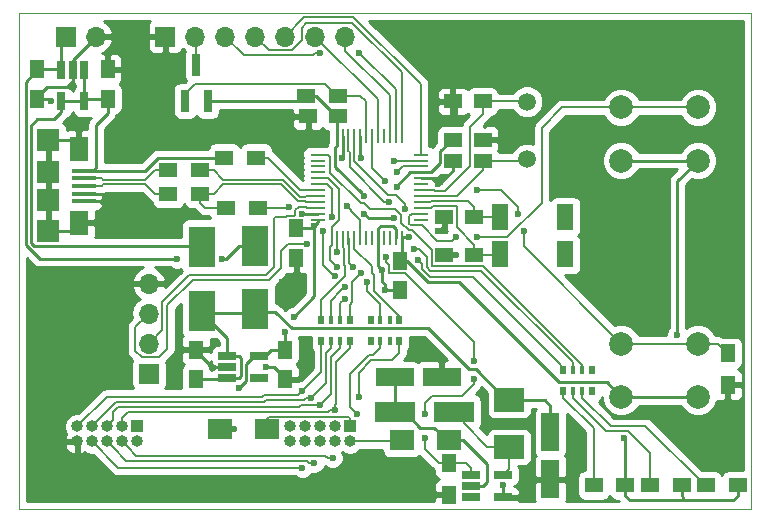
<source format=gbr>
G04 #@! TF.FileFunction,Copper,L1,Top,Signal*
%FSLAX46Y46*%
G04 Gerber Fmt 4.6, Leading zero omitted, Abs format (unit mm)*
G04 Created by KiCad (PCBNEW 4.0.7) date 06/22/18 13:57:38*
%MOMM*%
%LPD*%
G01*
G04 APERTURE LIST*
%ADD10C,0.100000*%
%ADD11R,3.200000X1.500000*%
%ADD12R,1.000000X1.000000*%
%ADD13O,1.000000X1.000000*%
%ADD14R,1.250000X1.500000*%
%ADD15R,1.700000X1.700000*%
%ADD16O,1.700000X1.700000*%
%ADD17R,1.500000X1.250000*%
%ADD18R,1.500000X3.200000*%
%ADD19R,1.500000X1.300000*%
%ADD20R,2.000000X0.400000*%
%ADD21R,1.600000X2.100000*%
%ADD22R,1.900000X1.900000*%
%ADD23R,2.500000X2.000000*%
%ADD24R,0.800000X1.900000*%
%ADD25R,1.300000X1.500000*%
%ADD26R,0.500000X0.800000*%
%ADD27R,0.400000X0.800000*%
%ADD28C,2.000000*%
%ADD29R,1.300000X0.250000*%
%ADD30R,0.250000X1.300000*%
%ADD31R,0.650000X1.560000*%
%ADD32R,1.560000X0.650000*%
%ADD33C,1.500000*%
%ADD34R,1.400000X2.200000*%
%ADD35R,2.000000X1.700000*%
%ADD36R,3.500000X1.800000*%
%ADD37R,2.300000X3.500000*%
%ADD38C,0.600000*%
%ADD39C,0.203000*%
%ADD40C,0.220000*%
%ADD41C,0.152000*%
%ADD42C,0.254000*%
G04 APERTURE END LIST*
D10*
X112000000Y-40000000D02*
X50000000Y-40000000D01*
X112000000Y-82000000D02*
X112000000Y-40000000D01*
X50000000Y-82000000D02*
X112000000Y-82000000D01*
X50000000Y-40000000D02*
X50000000Y-82000000D01*
D11*
X81800000Y-70800000D03*
X85800000Y-70800000D03*
D12*
X60000000Y-75000000D03*
D13*
X60000000Y-76270000D03*
X58730000Y-75000000D03*
X58730000Y-76270000D03*
X57460000Y-75000000D03*
X57460000Y-76270000D03*
X56190000Y-75000000D03*
X56190000Y-76270000D03*
X54920000Y-75000000D03*
X54920000Y-76270000D03*
D14*
X73500000Y-58250000D03*
X73500000Y-60750000D03*
D15*
X61000000Y-70540000D03*
D16*
X61000000Y-68000000D03*
X61000000Y-65460000D03*
X61000000Y-62920000D03*
D17*
X89250000Y-47500000D03*
X86750000Y-47500000D03*
X89250000Y-52500000D03*
X86750000Y-52500000D03*
X88500000Y-60500000D03*
X86000000Y-60500000D03*
X88500000Y-57250000D03*
X86000000Y-57250000D03*
D14*
X82250000Y-61000000D03*
X82250000Y-63500000D03*
X51500000Y-44750000D03*
X51500000Y-47250000D03*
X57500000Y-47250000D03*
X57500000Y-44750000D03*
X65000000Y-71000000D03*
X65000000Y-68500000D03*
X72500000Y-68500000D03*
X72500000Y-71000000D03*
D18*
X95000000Y-75500000D03*
X95000000Y-79500000D03*
D19*
X98650000Y-80000000D03*
X101350000Y-80000000D03*
X103400000Y-80000000D03*
X106100000Y-80000000D03*
X108150000Y-80000000D03*
X110850000Y-80000000D03*
D12*
X78000000Y-75000000D03*
D13*
X78000000Y-76270000D03*
X76730000Y-75000000D03*
X76730000Y-76270000D03*
X75460000Y-75000000D03*
X75460000Y-76270000D03*
X74190000Y-75000000D03*
X74190000Y-76270000D03*
X72920000Y-75000000D03*
X72920000Y-76270000D03*
D15*
X53960000Y-42000000D03*
D16*
X56500000Y-42000000D03*
D20*
X55500000Y-55950000D03*
X55500000Y-55300000D03*
X55500000Y-54650000D03*
X55500000Y-54000000D03*
D21*
X55050000Y-57750000D03*
X55050000Y-51550000D03*
D22*
X52500000Y-58500000D03*
X52500000Y-50800000D03*
X52500000Y-53450000D03*
X52500000Y-55850000D03*
D20*
X55500000Y-53350000D03*
D23*
X91500000Y-76750000D03*
X91500000Y-72750000D03*
D24*
X64075000Y-47450000D03*
X65975000Y-47450000D03*
X65025000Y-44450000D03*
D25*
X110000000Y-68800000D03*
X110000000Y-71500000D03*
X86400000Y-78100000D03*
X86400000Y-80800000D03*
D19*
X74300000Y-47000000D03*
X77000000Y-47000000D03*
X62650000Y-55325000D03*
X65350000Y-55325000D03*
X62650000Y-53325000D03*
X65350000Y-53325000D03*
X67500000Y-56500000D03*
X70200000Y-56500000D03*
X67400000Y-52250000D03*
X70100000Y-52250000D03*
D26*
X98500000Y-70200000D03*
D27*
X96900000Y-70200000D03*
X97700000Y-70200000D03*
D26*
X96100000Y-70200000D03*
D27*
X97700000Y-72000000D03*
D26*
X98500000Y-72000000D03*
D27*
X96900000Y-72000000D03*
D26*
X96100000Y-72000000D03*
D28*
X101000000Y-52500000D03*
X101000000Y-48000000D03*
X107500000Y-52500000D03*
X107500000Y-48000000D03*
X101000000Y-72500000D03*
X101000000Y-68000000D03*
X107500000Y-72500000D03*
X107500000Y-68000000D03*
D29*
X84000000Y-57500000D03*
X84000000Y-57000000D03*
X84000000Y-56500000D03*
X84000000Y-56000000D03*
X84000000Y-55500000D03*
X84000000Y-55000000D03*
X84000000Y-54500000D03*
X84000000Y-54000000D03*
X84000000Y-53500000D03*
X84000000Y-53000000D03*
X84000000Y-52500000D03*
X84000000Y-52000000D03*
D30*
X82400000Y-50400000D03*
X81900000Y-50400000D03*
X81400000Y-50400000D03*
X80900000Y-50400000D03*
X80400000Y-50400000D03*
X79900000Y-50400000D03*
X79400000Y-50400000D03*
X78900000Y-50400000D03*
X78400000Y-50400000D03*
X77900000Y-50400000D03*
X77400000Y-50400000D03*
X76900000Y-50400000D03*
D29*
X75300000Y-52000000D03*
X75300000Y-52500000D03*
X75300000Y-53000000D03*
X75300000Y-53500000D03*
X75300000Y-54000000D03*
X75300000Y-54500000D03*
X75300000Y-55000000D03*
X75300000Y-55500000D03*
X75300000Y-56000000D03*
X75300000Y-56500000D03*
X75300000Y-57000000D03*
X75300000Y-57500000D03*
D30*
X76900000Y-59100000D03*
X77400000Y-59100000D03*
X77900000Y-59100000D03*
X78400000Y-59100000D03*
X78900000Y-59100000D03*
X79400000Y-59100000D03*
X79900000Y-59100000D03*
X80400000Y-59100000D03*
X80900000Y-59100000D03*
X81400000Y-59100000D03*
X81900000Y-59100000D03*
X82400000Y-59100000D03*
D31*
X55500000Y-44800000D03*
X54550000Y-44800000D03*
X53600000Y-44800000D03*
X53600000Y-47500000D03*
X55500000Y-47500000D03*
D32*
X67650000Y-69050000D03*
X67650000Y-70000000D03*
X67650000Y-70950000D03*
X70350000Y-70950000D03*
X70350000Y-69050000D03*
X88300000Y-79100000D03*
X88300000Y-80050000D03*
X88300000Y-81000000D03*
X91000000Y-81000000D03*
X91000000Y-79100000D03*
D15*
X62380000Y-42000000D03*
D16*
X64920000Y-42000000D03*
X67460000Y-42000000D03*
X70000000Y-42000000D03*
X72540000Y-42000000D03*
X75080000Y-42000000D03*
X77620000Y-42000000D03*
D33*
X93000000Y-47520000D03*
X93000000Y-52400000D03*
D34*
X96250000Y-60450000D03*
X96250000Y-57250000D03*
X90750000Y-57250000D03*
X90750000Y-60450000D03*
D17*
X77000000Y-48750000D03*
X74500000Y-48750000D03*
X86750000Y-50750000D03*
X89250000Y-50750000D03*
D26*
X78000000Y-66000000D03*
D27*
X76400000Y-66000000D03*
X77200000Y-66000000D03*
D26*
X75600000Y-66000000D03*
D27*
X77200000Y-67800000D03*
D26*
X78000000Y-67800000D03*
D27*
X76400000Y-67800000D03*
D26*
X75600000Y-67800000D03*
X79800000Y-67800000D03*
D27*
X81400000Y-67800000D03*
X80600000Y-67800000D03*
D26*
X82200000Y-67800000D03*
D27*
X80600000Y-66000000D03*
D26*
X79800000Y-66000000D03*
D27*
X81400000Y-66000000D03*
D26*
X82200000Y-66000000D03*
D35*
X86400000Y-76200000D03*
X82400000Y-76200000D03*
X71000000Y-75200000D03*
X67000000Y-75200000D03*
D36*
X81800000Y-73800000D03*
X86800000Y-73800000D03*
D37*
X65500000Y-65200000D03*
X65500000Y-59800000D03*
X70000000Y-65100000D03*
X70000000Y-59700000D03*
D38*
X84800000Y-79600000D03*
X84600000Y-80800000D03*
X83800000Y-69200000D03*
X85800000Y-69400000D03*
X70960010Y-70000000D03*
X81015906Y-63483377D03*
X87000000Y-60500000D03*
X73750000Y-50750000D03*
X75000000Y-50750000D03*
X59250000Y-46250000D03*
X59250000Y-43000000D03*
X59250000Y-44750000D03*
X77393977Y-52250342D03*
X79000000Y-52250000D03*
X57500000Y-55500000D03*
X52750000Y-47500000D03*
X80721969Y-61750000D03*
X85500000Y-58500000D03*
X66375000Y-70000000D03*
X63500000Y-69000000D03*
X66500000Y-68000000D03*
X57500000Y-58750000D03*
X57500000Y-57000000D03*
X56750000Y-57750000D03*
X54500000Y-49250000D03*
X54500000Y-46250000D03*
X87000000Y-46000000D03*
X85250000Y-46000000D03*
X85250000Y-47500000D03*
X85250000Y-49000000D03*
X87000000Y-49000000D03*
X85500000Y-54500000D03*
X72250000Y-62750000D03*
X72500000Y-64000000D03*
X73500000Y-62500000D03*
X74000000Y-56999998D03*
X72500000Y-48750000D03*
X91250000Y-48750000D03*
X91750000Y-50750000D03*
X109250000Y-74250000D03*
X110750000Y-74250000D03*
X110000000Y-73500000D03*
X96750000Y-81000000D03*
X96750000Y-79500000D03*
X92750000Y-81000000D03*
X92750000Y-80000000D03*
X91000000Y-80000000D03*
X68200000Y-75200000D03*
X68600000Y-71800000D03*
X81771920Y-57406018D03*
X73250000Y-65750000D03*
X72500000Y-67000000D03*
X105750000Y-67250000D03*
X101250000Y-76000000D03*
X79250000Y-55500000D03*
X79250000Y-57000000D03*
X75000000Y-58000000D03*
X83000000Y-59000000D03*
X82000000Y-54750000D03*
X63400000Y-60800000D03*
X67200000Y-60800000D03*
X79000000Y-62000000D03*
X81750000Y-52500000D03*
X79486979Y-62805115D03*
X78250000Y-61500000D03*
X76730376Y-62294159D03*
X77600000Y-64200000D03*
X76500000Y-57250000D03*
X75750000Y-58500000D03*
X75000000Y-78093042D03*
X77598490Y-63166932D03*
X76933714Y-61520420D03*
X74389996Y-59575984D03*
X76916032Y-60250000D03*
X88750000Y-55000000D03*
X82000000Y-53500000D03*
X92250000Y-57000000D03*
X92750000Y-58500000D03*
X84400000Y-76000000D03*
X84400000Y-74000000D03*
X81110010Y-60689414D03*
X81000000Y-54250000D03*
X88500000Y-69500000D03*
X88500000Y-71000000D03*
X72867059Y-56429518D03*
X77806343Y-56389990D03*
X81351510Y-55980337D03*
X83448489Y-59994438D03*
X82708754Y-56601963D03*
X83806343Y-60943657D03*
X88750000Y-59000000D03*
X87000000Y-59000000D03*
X75500000Y-43425000D03*
X78825000Y-43400000D03*
X76756407Y-73579983D03*
X78589171Y-73939835D03*
X76556937Y-77690012D03*
X75484430Y-73176978D03*
X74752607Y-72592470D03*
X78750000Y-72500000D03*
X74000000Y-78500000D03*
X74000000Y-72000000D03*
D39*
X89250000Y-47500000D02*
X92980000Y-47500000D01*
X92980000Y-47500000D02*
X93000000Y-47520000D01*
X88198499Y-49629501D02*
X89250000Y-48578000D01*
X89250000Y-48578000D02*
X89250000Y-47500000D01*
X88198499Y-52969203D02*
X88198499Y-49629501D01*
X86066200Y-55101502D02*
X88198499Y-52969203D01*
X85211278Y-55101502D02*
X86066200Y-55101502D01*
X84000000Y-55000000D02*
X85109776Y-55000000D01*
X85109776Y-55000000D02*
X85211278Y-55101502D01*
D40*
X86400000Y-80800000D02*
X84600000Y-80800000D01*
X85800000Y-70800000D02*
X84950000Y-70800000D01*
X85800000Y-70800000D02*
X85800000Y-69400000D01*
X71625000Y-70000000D02*
X71384274Y-70000000D01*
X72500000Y-71000000D02*
X72500000Y-70875000D01*
X72500000Y-70875000D02*
X71625000Y-70000000D01*
X71384274Y-70000000D02*
X70960010Y-70000000D01*
X80721969Y-61750000D02*
X80721969Y-62740005D01*
X80721969Y-62740005D02*
X81015906Y-63033942D01*
X81015906Y-63033942D02*
X81015906Y-63059113D01*
X81015906Y-63059113D02*
X81015906Y-63483377D01*
X81032529Y-63500000D02*
X81015906Y-63483377D01*
X82250000Y-63500000D02*
X81032529Y-63500000D01*
X87000000Y-60500000D02*
X86000000Y-60500000D01*
X74500000Y-48750000D02*
X74500000Y-50250000D01*
X74500000Y-50250000D02*
X75000000Y-50750000D01*
X59250000Y-44750000D02*
X59250000Y-46250000D01*
X57500000Y-44750000D02*
X59250000Y-44750000D01*
X78900000Y-50400000D02*
X78900000Y-52150000D01*
X78900000Y-52150000D02*
X79000000Y-52250000D01*
X77400000Y-52244319D02*
X77393977Y-52250342D01*
X77400000Y-50400000D02*
X77400000Y-52244319D01*
X55500000Y-55950000D02*
X57050000Y-55950000D01*
X57050000Y-55950000D02*
X57500000Y-55500000D01*
X55500000Y-55300000D02*
X57300000Y-55300000D01*
X57300000Y-55300000D02*
X57500000Y-55500000D01*
X51500000Y-47250000D02*
X52500000Y-47250000D01*
X52500000Y-47250000D02*
X52750000Y-47500000D01*
X80630000Y-58000000D02*
X81633002Y-58000000D01*
X81633002Y-58000000D02*
X81900000Y-58266998D01*
X81900000Y-58266998D02*
X81900000Y-59100000D01*
X80400000Y-59100000D02*
X80400000Y-58230000D01*
X80400000Y-58230000D02*
X80630000Y-58000000D01*
X80400000Y-59100000D02*
X80400000Y-61428031D01*
X80400000Y-61428031D02*
X80721969Y-61750000D01*
X86000000Y-58000000D02*
X85500000Y-58500000D01*
X86000000Y-57250000D02*
X86000000Y-58000000D01*
X67650000Y-70000000D02*
X66375000Y-70000000D01*
X65000000Y-68500000D02*
X64000000Y-68500000D01*
X64000000Y-68500000D02*
X63500000Y-69000000D01*
X65000000Y-68500000D02*
X66000000Y-68500000D01*
X66000000Y-68500000D02*
X66500000Y-68000000D01*
X66375000Y-70000000D02*
X65000000Y-68625000D01*
X65000000Y-68625000D02*
X65000000Y-68500000D01*
X57500000Y-57000000D02*
X57500000Y-58750000D01*
X55050000Y-57750000D02*
X56750000Y-57750000D01*
X52500000Y-58500000D02*
X54300000Y-58500000D01*
X54300000Y-58500000D02*
X55050000Y-57750000D01*
X55050000Y-51550000D02*
X55050000Y-49800000D01*
X55050000Y-49800000D02*
X54500000Y-49250000D01*
X52500000Y-50800000D02*
X54300000Y-50800000D01*
X54300000Y-50800000D02*
X55050000Y-51550000D01*
X54550000Y-44800000D02*
X54550000Y-46200000D01*
X54550000Y-46200000D02*
X54500000Y-46250000D01*
X51500000Y-47250000D02*
X51500000Y-47125000D01*
X51500000Y-47125000D02*
X52345000Y-46280000D01*
X54550000Y-45800000D02*
X54550000Y-44800000D01*
X52345000Y-46280000D02*
X54070000Y-46280000D01*
X54070000Y-46280000D02*
X54550000Y-45800000D01*
X85250000Y-46000000D02*
X87000000Y-46000000D01*
X85250000Y-49000000D02*
X85250000Y-47500000D01*
X87000000Y-47500000D02*
X87000000Y-49000000D01*
X85500000Y-54500000D02*
X85000000Y-54000000D01*
X85000000Y-54000000D02*
X84000000Y-54000000D01*
X86095000Y-54000000D02*
X86000000Y-54000000D01*
X86000000Y-54000000D02*
X85500000Y-54500000D01*
X84000000Y-54000000D02*
X86095000Y-54000000D01*
X86095000Y-54000000D02*
X86750000Y-53345000D01*
X86750000Y-53345000D02*
X86750000Y-52500000D01*
X72500000Y-64000000D02*
X72500000Y-63000000D01*
X72500000Y-63000000D02*
X72250000Y-62750000D01*
X73500000Y-60750000D02*
X73500000Y-62500000D01*
X75300000Y-57000000D02*
X74000002Y-57000000D01*
X74000002Y-57000000D02*
X74000000Y-56999998D01*
X74500000Y-48750000D02*
X72500000Y-48750000D01*
X89250000Y-50750000D02*
X91750000Y-50750000D01*
X110000000Y-73500000D02*
X110750000Y-74250000D01*
X110000000Y-71500000D02*
X110000000Y-73500000D01*
X95000000Y-79500000D02*
X96750000Y-79500000D01*
X92750000Y-80000000D02*
X92750000Y-81000000D01*
X91000000Y-81000000D02*
X91000000Y-80000000D01*
X56500000Y-42000000D02*
X54550000Y-43950000D01*
X54550000Y-43950000D02*
X54550000Y-44800000D01*
D39*
X84857513Y-55504513D02*
X87073487Y-55504513D01*
X84853000Y-55500000D02*
X84857513Y-55504513D01*
X84000000Y-55500000D02*
X84853000Y-55500000D01*
X89250000Y-53328000D02*
X89250000Y-52500000D01*
X87073487Y-55504513D02*
X89250000Y-53328000D01*
X89250000Y-52500000D02*
X92900000Y-52500000D01*
X92900000Y-52500000D02*
X93000000Y-52400000D01*
X88500000Y-60500000D02*
X90700000Y-60500000D01*
X90700000Y-60500000D02*
X90750000Y-60450000D01*
X88500000Y-59609776D02*
X88500000Y-60500000D01*
X85029501Y-56323499D02*
X84853000Y-56500000D01*
X87051501Y-56383799D02*
X86991201Y-56323499D01*
X87051501Y-58161277D02*
X87051501Y-56383799D01*
X84853000Y-56500000D02*
X84000000Y-56500000D01*
X86991201Y-56323499D02*
X85029501Y-56323499D01*
X88500000Y-59609776D02*
X87051501Y-58161277D01*
X88500000Y-56422000D02*
X88500000Y-57250000D01*
X84000000Y-56000000D02*
X84783057Y-56000000D01*
X84783057Y-56000000D02*
X84862569Y-55920488D01*
X87998488Y-55920488D02*
X88500000Y-56422000D01*
X84862569Y-55920488D02*
X87998488Y-55920488D01*
X88500000Y-57250000D02*
X90750000Y-57250000D01*
D40*
X68200000Y-75200000D02*
X67000000Y-75200000D01*
X69259999Y-71140001D02*
X68600000Y-71800000D01*
X70350000Y-69050000D02*
X69895000Y-69050000D01*
X69895000Y-69050000D02*
X69259999Y-69685001D01*
X69259999Y-69685001D02*
X69259999Y-71140001D01*
X78950001Y-55200001D02*
X79250000Y-55500000D01*
X76783975Y-53033975D02*
X78950001Y-55200001D01*
X76783975Y-51386025D02*
X76783975Y-53033975D01*
X76900000Y-50400000D02*
X76900000Y-51270000D01*
X76900000Y-51270000D02*
X76783975Y-51386025D01*
X79250000Y-57000000D02*
X79656018Y-57406018D01*
X81347656Y-57406018D02*
X81771920Y-57406018D01*
X79656018Y-57406018D02*
X81347656Y-57406018D01*
X75000000Y-64000000D02*
X75000000Y-58000000D01*
X73250000Y-65750000D02*
X75000000Y-64000000D01*
X72500000Y-68500000D02*
X72500000Y-67000000D01*
X65975000Y-47450000D02*
X73850000Y-47450000D01*
X73850000Y-47450000D02*
X74300000Y-47000000D01*
X95750000Y-71250000D02*
X99750000Y-71250000D01*
X99750000Y-71250000D02*
X101000000Y-72500000D01*
X87250000Y-62750000D02*
X95750000Y-71250000D01*
X84610448Y-62750000D02*
X87250000Y-62750000D01*
X82250000Y-61000000D02*
X82860448Y-61000000D01*
X82860448Y-61000000D02*
X84610448Y-62750000D01*
X105750000Y-67250000D02*
X105750000Y-54250000D01*
X105750000Y-54250000D02*
X107500000Y-52500000D01*
X101350000Y-80000000D02*
X101350000Y-76100000D01*
X101350000Y-76100000D02*
X101250000Y-76000000D01*
X101730000Y-81250000D02*
X106250000Y-81250000D01*
X106250000Y-81250000D02*
X110470000Y-81250000D01*
X106100000Y-80000000D02*
X106100000Y-80870000D01*
X106100000Y-80870000D02*
X106250000Y-81020000D01*
X106250000Y-81020000D02*
X106250000Y-81250000D01*
X101350000Y-80000000D02*
X101350000Y-80870000D01*
X101350000Y-80870000D02*
X101730000Y-81250000D01*
X110470000Y-81250000D02*
X110850000Y-80870000D01*
X110850000Y-80870000D02*
X110850000Y-80000000D01*
X84000000Y-53500000D02*
X84870000Y-53500000D01*
X84870000Y-53500000D02*
X85689999Y-52680001D01*
X85689999Y-52680001D02*
X85689999Y-51685001D01*
X85689999Y-51685001D02*
X86625000Y-50750000D01*
X86625000Y-50750000D02*
X86750000Y-50750000D01*
X77000000Y-48750000D02*
X76900000Y-48850000D01*
X76900000Y-48850000D02*
X76900000Y-50400000D01*
X74300000Y-47000000D02*
X75125000Y-47000000D01*
X75125000Y-47000000D02*
X76875000Y-48750000D01*
X76875000Y-48750000D02*
X77000000Y-48750000D01*
X73500000Y-58250000D02*
X74750000Y-58250000D01*
X74750000Y-58250000D02*
X75000000Y-58000000D01*
X82400000Y-59100000D02*
X82400000Y-60850000D01*
X82400000Y-60850000D02*
X82250000Y-61000000D01*
X75300000Y-57500000D02*
X75300000Y-57700000D01*
X75300000Y-57700000D02*
X75000000Y-58000000D01*
X83000000Y-59000000D02*
X82500000Y-59000000D01*
X82500000Y-59000000D02*
X82400000Y-59100000D01*
X84000000Y-53500000D02*
X83130000Y-53500000D01*
X83130000Y-53500000D02*
X82000000Y-54630000D01*
X82000000Y-54630000D02*
X82000000Y-54750000D01*
X101000000Y-52500000D02*
X107500000Y-52500000D01*
X101000000Y-72500000D02*
X102414213Y-72500000D01*
X102414213Y-72500000D02*
X107500000Y-72500000D01*
X72500000Y-68500000D02*
X71355000Y-68500000D01*
X71355000Y-68500000D02*
X70805000Y-69050000D01*
X70805000Y-69050000D02*
X70350000Y-69050000D01*
X63400000Y-60800000D02*
X51748013Y-60800000D01*
X70000000Y-59700000D02*
X68630000Y-59700000D01*
X68630000Y-59700000D02*
X67530000Y-60800000D01*
X67530000Y-60800000D02*
X67200000Y-60800000D01*
X50579990Y-59673974D02*
X50621987Y-59673974D01*
X50621987Y-59673974D02*
X51748013Y-60800000D01*
X51500000Y-44750000D02*
X53550000Y-44750000D01*
X53550000Y-44750000D02*
X53600000Y-44800000D01*
X50579990Y-49000000D02*
X50579990Y-48820010D01*
X50579990Y-59673974D02*
X50579990Y-49000000D01*
X50579990Y-49000000D02*
X50564999Y-48985009D01*
X50564999Y-48985009D02*
X50564999Y-45810001D01*
X50564999Y-45810001D02*
X51500000Y-44875000D01*
X51500000Y-44875000D02*
X51500000Y-44750000D01*
X53600000Y-44800000D02*
X53600000Y-42360000D01*
X53600000Y-42360000D02*
X53960000Y-42000000D01*
X56500000Y-49500000D02*
X57500000Y-48500000D01*
X57500000Y-48500000D02*
X57500000Y-47250000D01*
X67400000Y-52250000D02*
X61761598Y-52250000D01*
X60661598Y-53350000D02*
X56720000Y-53350000D01*
X61761598Y-52250000D02*
X60661598Y-53350000D01*
X56720000Y-53350000D02*
X55500000Y-53350000D01*
X57500000Y-47250000D02*
X55750000Y-47250000D01*
X55750000Y-47250000D02*
X55500000Y-47500000D01*
X65500000Y-59600000D02*
X64550000Y-59600000D01*
X64550000Y-59600000D02*
X64389999Y-59760001D01*
X64389999Y-59760001D02*
X51301999Y-59760001D01*
X51000000Y-49555000D02*
X51555000Y-49000000D01*
X53600000Y-48400000D02*
X53600000Y-47500000D01*
X51301999Y-59760001D02*
X51000000Y-59458002D01*
X51000000Y-59458002D02*
X51000000Y-49555000D01*
X51555000Y-49000000D02*
X53000000Y-49000000D01*
X53000000Y-49000000D02*
X53600000Y-48400000D01*
X55500000Y-44800000D02*
X55500000Y-45800000D01*
X55500000Y-45800000D02*
X55500000Y-47500000D01*
X53600000Y-47500000D02*
X55500000Y-47500000D01*
X56500000Y-53150000D02*
X56500000Y-49500000D01*
X55500000Y-53350000D02*
X56300000Y-53350000D01*
X56300000Y-53350000D02*
X56500000Y-53150000D01*
X91500000Y-72750000D02*
X91250000Y-72750000D01*
X70000000Y-65300000D02*
X69900000Y-65400000D01*
X67650000Y-67550000D02*
X67650000Y-69050000D01*
X91250000Y-72750000D02*
X88689999Y-70189999D01*
X88689999Y-70189999D02*
X88098001Y-70189999D01*
X88098001Y-70189999D02*
X84618003Y-66710001D01*
X69900000Y-65400000D02*
X65500000Y-65400000D01*
X84618003Y-66710001D02*
X73110001Y-66710001D01*
X73110001Y-66710001D02*
X71702804Y-65302804D01*
X71702804Y-65302804D02*
X71702804Y-65300000D01*
X71702804Y-65300000D02*
X70000000Y-65300000D01*
X65500000Y-65400000D02*
X67650000Y-67550000D01*
X68839988Y-69239988D02*
X68650000Y-69050000D01*
X68839988Y-70760012D02*
X68839988Y-69239988D01*
X68650000Y-70950000D02*
X68839988Y-70760012D01*
X67650000Y-70950000D02*
X68650000Y-70950000D01*
X68650000Y-69050000D02*
X67650000Y-69050000D01*
X94500000Y-72750000D02*
X95000000Y-73250000D01*
X95000000Y-73250000D02*
X95000000Y-75500000D01*
X91500000Y-72750000D02*
X94500000Y-72750000D01*
X65000000Y-71000000D02*
X67600000Y-71000000D01*
X67600000Y-71000000D02*
X67650000Y-70950000D01*
X89600000Y-79750000D02*
X89600000Y-78180000D01*
X89600000Y-78180000D02*
X87620000Y-76200000D01*
X87620000Y-76200000D02*
X86400000Y-76200000D01*
X88300000Y-80050000D02*
X89300000Y-80050000D01*
X89300000Y-80050000D02*
X89600000Y-79750000D01*
X86250000Y-76200000D02*
X86400000Y-76200000D01*
X85180000Y-75130000D02*
X86250000Y-76200000D01*
X83980000Y-75130000D02*
X85180000Y-75130000D01*
X82650000Y-73800000D02*
X83980000Y-75130000D01*
X81800000Y-73800000D02*
X82650000Y-73800000D01*
X81800000Y-73800000D02*
X82250000Y-74250000D01*
X81800000Y-70800000D02*
X81800000Y-73800000D01*
D39*
X96100000Y-72000000D02*
X96100000Y-72603000D01*
X96100000Y-72603000D02*
X98650000Y-75153000D01*
X98650000Y-75153000D02*
X98650000Y-80000000D01*
X103400000Y-77259776D02*
X103400000Y-79147000D01*
X103400000Y-79147000D02*
X103400000Y-80000000D01*
X99695498Y-75398498D02*
X101538722Y-75398498D01*
X101538722Y-75398498D02*
X103400000Y-77259776D01*
X96900000Y-72603000D02*
X99695498Y-75398498D01*
X96900000Y-72000000D02*
X96900000Y-72603000D01*
X108050000Y-80000000D02*
X108150000Y-80000000D01*
X103045487Y-74995487D02*
X108050000Y-80000000D01*
X100092487Y-74995487D02*
X103045487Y-74995487D01*
X97700000Y-72603000D02*
X100092487Y-74995487D01*
X97700000Y-72000000D02*
X97700000Y-72603000D01*
X87650000Y-74750000D02*
X87650000Y-74650000D01*
X87650000Y-74650000D02*
X86800000Y-73800000D01*
X87650000Y-74750000D02*
X89650000Y-76750000D01*
X89650000Y-76750000D02*
X91500000Y-76750000D01*
X91500000Y-76750000D02*
X91500000Y-78600000D01*
X91500000Y-78600000D02*
X91000000Y-79100000D01*
X79000000Y-62000000D02*
X78201501Y-62798499D01*
X78000000Y-64690222D02*
X78000000Y-66000000D01*
X78201501Y-62798499D02*
X78201501Y-64488721D01*
X78201501Y-64488721D02*
X78000000Y-64690222D01*
X81750000Y-52500000D02*
X84000000Y-52500000D01*
X79486979Y-63229379D02*
X79486979Y-62805115D01*
X80600000Y-66000000D02*
X80600000Y-64627240D01*
X80600000Y-64627240D02*
X79486979Y-63514219D01*
X79486979Y-63514219D02*
X79486979Y-63229379D01*
X78250000Y-61500000D02*
X77950001Y-61200001D01*
X77920544Y-59120544D02*
X77900000Y-59100000D01*
X77950001Y-61200001D02*
X77950001Y-59150001D01*
X77950001Y-59150001D02*
X77920544Y-59120544D01*
X75750000Y-61313783D02*
X76430377Y-61994160D01*
X76430377Y-61994160D02*
X76730376Y-62294159D01*
X75750000Y-58500000D02*
X75750000Y-61313783D01*
X77600000Y-64200000D02*
X77200000Y-64600000D01*
X77200000Y-64600000D02*
X77200000Y-66000000D01*
X76500000Y-54882298D02*
X76117702Y-54500000D01*
X76117702Y-54500000D02*
X75300000Y-54500000D01*
X76500000Y-57250000D02*
X76500000Y-54882298D01*
X74381192Y-77898498D02*
X59088498Y-77898498D01*
X57959999Y-76769999D02*
X57460000Y-76270000D01*
X74575736Y-78093042D02*
X74381192Y-77898498D01*
X59088498Y-77898498D02*
X57959999Y-76769999D01*
X75000000Y-78093042D02*
X74575736Y-78093042D01*
X76473499Y-59648498D02*
X76314522Y-59807475D01*
X76314522Y-60901228D02*
X76633715Y-61220421D01*
X76473499Y-58166723D02*
X76473499Y-59648498D01*
X77101501Y-57538721D02*
X76473499Y-58166723D01*
X76187645Y-54000000D02*
X77101501Y-54913856D01*
X77101501Y-54913856D02*
X77101501Y-57538721D01*
X75300000Y-54000000D02*
X76187645Y-54000000D01*
X76633715Y-61220421D02*
X76933714Y-61520420D01*
X76400000Y-66000000D02*
X76400000Y-64365422D01*
X77298491Y-63466931D02*
X77598490Y-63166932D01*
X76314522Y-59807475D02*
X76314522Y-60901228D01*
X76400000Y-64365422D02*
X77298491Y-63466931D01*
X82200000Y-65657298D02*
X82200000Y-66000000D01*
X80088489Y-63545787D02*
X82200000Y-65657298D01*
X80088489Y-62228713D02*
X80088489Y-63545787D01*
X78400000Y-59953000D02*
X79898498Y-61451498D01*
X79898498Y-62038722D02*
X80088489Y-62228713D01*
X79898498Y-61451498D02*
X79898498Y-62038722D01*
X78400000Y-59100000D02*
X78400000Y-59953000D01*
X77601501Y-61421444D02*
X77601501Y-62273699D01*
X77601501Y-62273699D02*
X75600000Y-64275200D01*
X75600000Y-64275200D02*
X75600000Y-65397000D01*
X77517533Y-61337476D02*
X77601501Y-61421444D01*
X77400000Y-59100000D02*
X77400000Y-59843746D01*
X75600000Y-65397000D02*
X75600000Y-66000000D01*
X77400000Y-59843746D02*
X77517533Y-59961279D01*
X77517533Y-59961279D02*
X77517533Y-61337476D01*
X75300000Y-56500000D02*
X74390226Y-56500000D01*
X74390226Y-56500000D02*
X74288722Y-56398496D01*
X74288722Y-56398496D02*
X73711278Y-56398496D01*
X73711278Y-56398496D02*
X73398498Y-56711276D01*
X73398498Y-56711276D02*
X73398498Y-57101502D01*
X73301501Y-57198499D02*
X72633799Y-57198499D01*
X73398498Y-57101502D02*
X73301501Y-57198499D01*
X72573499Y-57258799D02*
X71741201Y-57258799D01*
X72633799Y-57198499D02*
X72573499Y-57258799D01*
X71741201Y-57258799D02*
X71600000Y-57400000D01*
X71600000Y-57400000D02*
X71600000Y-61542702D01*
X71600000Y-61542702D02*
X70945713Y-62196989D01*
X70945713Y-62196989D02*
X64433068Y-62196989D01*
X64433068Y-62196989D02*
X62151501Y-64478556D01*
X62151501Y-64478556D02*
X62151501Y-66848499D01*
X62151501Y-66848499D02*
X61000000Y-68000000D01*
X61000000Y-65460000D02*
X59848499Y-66611501D01*
X62554512Y-68445488D02*
X62554512Y-64752786D01*
X62554512Y-64752786D02*
X64707298Y-62600000D01*
X59848499Y-66611501D02*
X59848499Y-68598499D01*
X59848499Y-68598499D02*
X60401501Y-69151501D01*
X60401501Y-69151501D02*
X61848499Y-69151501D01*
X61848499Y-69151501D02*
X62554512Y-68445488D01*
X71200000Y-62600000D02*
X72200000Y-61600000D01*
X64707298Y-62600000D02*
X71200000Y-62600000D01*
X72756314Y-59575984D02*
X73965732Y-59575984D01*
X73965732Y-59575984D02*
X74389996Y-59575984D01*
X72200000Y-61600000D02*
X72200000Y-60132298D01*
X72200000Y-60132298D02*
X72756314Y-59575984D01*
X76900000Y-59100000D02*
X76900000Y-60233968D01*
X76900000Y-60233968D02*
X76916032Y-60250000D01*
D41*
X57147500Y-54502500D02*
X60702500Y-54502500D01*
X60702500Y-54502500D02*
X61525000Y-55325000D01*
X55500000Y-54650000D02*
X57000000Y-54650000D01*
X57000000Y-54650000D02*
X57147500Y-54502500D01*
X61525000Y-55325000D02*
X62650000Y-55325000D01*
X60702500Y-54147500D02*
X61525000Y-53325000D01*
X55500000Y-54000000D02*
X57000000Y-54000000D01*
X57000000Y-54000000D02*
X57147500Y-54147500D01*
X57147500Y-54147500D02*
X60702500Y-54147500D01*
X61525000Y-53325000D02*
X62650000Y-53325000D01*
D39*
X77000000Y-47000000D02*
X76900000Y-47000000D01*
X76900000Y-47000000D02*
X75948499Y-46048499D01*
X75948499Y-46048499D02*
X64926501Y-46048499D01*
X64926501Y-46048499D02*
X64075000Y-46900000D01*
X64075000Y-46900000D02*
X64075000Y-47450000D01*
X79400000Y-47500000D02*
X78900000Y-47000000D01*
X78900000Y-47000000D02*
X77000000Y-47000000D01*
X79400000Y-47500000D02*
X79400000Y-50400000D01*
X65025000Y-44450000D02*
X65025000Y-42105000D01*
X65025000Y-42105000D02*
X64920000Y-42000000D01*
X88750000Y-55000000D02*
X90842702Y-55000000D01*
X90842702Y-55000000D02*
X92250000Y-56407298D01*
X92250000Y-56407298D02*
X92250000Y-56575736D01*
X92250000Y-56575736D02*
X92250000Y-57000000D01*
X84000000Y-53000000D02*
X82500000Y-53000000D01*
X82500000Y-53000000D02*
X82000000Y-53500000D01*
X107500000Y-68000000D02*
X109200000Y-68000000D01*
X109200000Y-68000000D02*
X110000000Y-68800000D01*
X101000000Y-68000000D02*
X92750000Y-59750000D01*
X92750000Y-59750000D02*
X92750000Y-58500000D01*
X101000000Y-68000000D02*
X107500000Y-68000000D01*
X86400000Y-78100000D02*
X87828000Y-78100000D01*
X87828000Y-78100000D02*
X88300000Y-78572000D01*
X88300000Y-78572000D02*
X88300000Y-79100000D01*
X84400000Y-76000000D02*
X84400000Y-76953000D01*
X84400000Y-76953000D02*
X85547000Y-78100000D01*
X85547000Y-78100000D02*
X86400000Y-78100000D01*
X85007298Y-72400000D02*
X84400000Y-73007298D01*
X84400000Y-73007298D02*
X84400000Y-74000000D01*
X88500000Y-71000000D02*
X88500000Y-71392702D01*
X88500000Y-71392702D02*
X87492702Y-72400000D01*
X87492702Y-72400000D02*
X85007298Y-72400000D01*
X81110010Y-61113678D02*
X81110010Y-60689414D01*
X81323499Y-61327167D02*
X81110010Y-61113678D01*
X81383799Y-62051501D02*
X81323499Y-61991201D01*
X82719203Y-62051501D02*
X81383799Y-62051501D01*
X88500000Y-67832298D02*
X82719203Y-62051501D01*
X81323499Y-61991201D02*
X81323499Y-61327167D01*
X88500000Y-69500000D02*
X88500000Y-67832298D01*
X81000000Y-54250000D02*
X79900000Y-53150000D01*
X79900000Y-53150000D02*
X79900000Y-50400000D01*
X88250000Y-79050000D02*
X88300000Y-79100000D01*
D41*
X67500000Y-56500000D02*
X65723000Y-56500000D01*
X65350000Y-56127000D02*
X65350000Y-55325000D01*
X65723000Y-56500000D02*
X65350000Y-56127000D01*
X73626478Y-55927500D02*
X72201478Y-54502500D01*
X72201478Y-54502500D02*
X67297500Y-54502500D01*
X66475000Y-55325000D02*
X65350000Y-55325000D01*
X67297500Y-54502500D02*
X66475000Y-55325000D01*
X75300000Y-56000000D02*
X74325000Y-56000000D01*
X74325000Y-56000000D02*
X74252500Y-55927500D01*
X74252500Y-55927500D02*
X73626478Y-55927500D01*
X73773522Y-55572500D02*
X72348522Y-54147500D01*
X72348522Y-54147500D02*
X67297500Y-54147500D01*
X67297500Y-54147500D02*
X66475000Y-53325000D01*
X66475000Y-53325000D02*
X65350000Y-53325000D01*
X75300000Y-55500000D02*
X74325000Y-55500000D01*
X74325000Y-55500000D02*
X74252500Y-55572500D01*
X74252500Y-55572500D02*
X73773522Y-55572500D01*
D39*
X70200000Y-56500000D02*
X72796577Y-56500000D01*
X72796577Y-56500000D02*
X72867059Y-56429518D01*
X78900000Y-57537314D02*
X78106342Y-56743656D01*
X78106342Y-56743656D02*
X78106342Y-56689989D01*
X78900000Y-59100000D02*
X78900000Y-57537314D01*
X78106342Y-56689989D02*
X77806343Y-56389990D01*
X70100000Y-52250000D02*
X71053000Y-52250000D01*
X71053000Y-52250000D02*
X73803000Y-55000000D01*
X73803000Y-55000000D02*
X74447000Y-55000000D01*
X74447000Y-55000000D02*
X75300000Y-55000000D01*
X80927246Y-55980337D02*
X81351510Y-55980337D01*
X80891749Y-55980337D02*
X80927246Y-55980337D01*
X77900000Y-50400000D02*
X77900000Y-51698859D01*
X77995487Y-51794346D02*
X77995487Y-53084075D01*
X77900000Y-51698859D02*
X77995487Y-51794346D01*
X77995487Y-53084075D02*
X80891749Y-55980337D01*
X84841867Y-61829512D02*
X84545488Y-61533133D01*
X84998895Y-61846989D02*
X84981418Y-61829512D01*
X96900000Y-70200000D02*
X96900000Y-69597000D01*
X96900000Y-69597000D02*
X89149989Y-61846989D01*
X84981418Y-61829512D02*
X84841867Y-61829512D01*
X84545488Y-60667173D02*
X83872753Y-59994438D01*
X83872753Y-59994438D02*
X83448489Y-59994438D01*
X89149989Y-61846989D02*
X84998895Y-61846989D01*
X84545488Y-61533133D02*
X84545488Y-60667173D01*
X76153000Y-52000000D02*
X75300000Y-52000000D01*
X83016201Y-58398499D02*
X82373422Y-57755720D01*
X76372464Y-53512688D02*
X76372464Y-52219464D01*
X78961278Y-56101502D02*
X76372464Y-53512688D01*
X76372464Y-52219464D02*
X76153000Y-52000000D01*
X79211280Y-56101502D02*
X78961278Y-56101502D01*
X79698267Y-56588489D02*
X79211280Y-56101502D01*
X84948499Y-61366201D02*
X84948499Y-60058277D01*
X82373422Y-57117296D02*
X81844615Y-56588489D01*
X83288721Y-58398499D02*
X83016201Y-58398499D01*
X84948499Y-60058277D02*
X83288721Y-58398499D01*
X81844615Y-56588489D02*
X79698267Y-56588489D01*
X85008799Y-61426501D02*
X84948499Y-61366201D01*
X97700000Y-69810115D02*
X89316386Y-61426501D01*
X97700000Y-70200000D02*
X97700000Y-69810115D01*
X89316386Y-61426501D02*
X85008799Y-61426501D01*
X82373422Y-57755720D02*
X82373422Y-57117296D01*
X82708754Y-56177699D02*
X82708754Y-56601963D01*
X81238845Y-55378835D02*
X81909890Y-55378835D01*
X78398498Y-52538488D02*
X81238845Y-55378835D01*
X81909890Y-55378835D02*
X82708754Y-56177699D01*
X78400000Y-51253000D02*
X78398498Y-51254502D01*
X78400000Y-50400000D02*
X78400000Y-51253000D01*
X78398498Y-51254502D02*
X78398498Y-52538488D01*
X84106342Y-61243656D02*
X83806343Y-60943657D01*
X84106342Y-61663930D02*
X84106342Y-61243656D01*
X84780901Y-62338489D02*
X84106342Y-61663930D01*
X95647000Y-69565036D02*
X88420453Y-62338489D01*
X95647000Y-69597000D02*
X95647000Y-69565036D01*
X96100000Y-70050000D02*
X95647000Y-69597000D01*
X88420453Y-62338489D02*
X84780901Y-62338489D01*
X96100000Y-70200000D02*
X96100000Y-70050000D01*
X86700001Y-59299999D02*
X87000000Y-59000000D01*
X85409775Y-59299999D02*
X86700001Y-59299999D01*
X84105264Y-57995488D02*
X85409775Y-59299999D01*
X83183133Y-57995488D02*
X84105264Y-57995488D01*
X83250232Y-57000000D02*
X83048499Y-57201733D01*
X83048499Y-57201733D02*
X83048499Y-57860854D01*
X83048499Y-57860854D02*
X83183133Y-57995488D01*
X84000000Y-57000000D02*
X83250232Y-57000000D01*
X101000000Y-48000000D02*
X107500000Y-48000000D01*
X94250000Y-49750000D02*
X96000000Y-48000000D01*
X96000000Y-48000000D02*
X101000000Y-48000000D01*
X94250000Y-56092702D02*
X94250000Y-49750000D01*
X88750000Y-59000000D02*
X91342702Y-59000000D01*
X91342702Y-59000000D02*
X94250000Y-56092702D01*
X84000000Y-51672000D02*
X84000000Y-52000000D01*
X72540000Y-42000000D02*
X74168009Y-40371991D01*
X78319936Y-40371991D02*
X84000000Y-46052055D01*
X84000000Y-46052055D02*
X84000000Y-51672000D01*
X74168009Y-40371991D02*
X78319936Y-40371991D01*
X78226501Y-40848499D02*
X82400000Y-45021998D01*
X74326501Y-40848499D02*
X78226501Y-40848499D01*
X73928499Y-41246501D02*
X74326501Y-40848499D01*
X73928499Y-42315723D02*
X73928499Y-41246501D01*
X71151501Y-43151501D02*
X73092721Y-43151501D01*
X73092721Y-43151501D02*
X73928499Y-42315723D01*
X70000000Y-42000000D02*
X71151501Y-43151501D01*
X82400000Y-45021998D02*
X82400000Y-50400000D01*
X74925736Y-43575000D02*
X69035000Y-43575000D01*
X69035000Y-43575000D02*
X67460000Y-42000000D01*
X75500000Y-43425000D02*
X75075736Y-43425000D01*
X75075736Y-43425000D02*
X74925736Y-43575000D01*
X81900000Y-46475000D02*
X78825000Y-43400000D01*
X81900000Y-50400000D02*
X81900000Y-46475000D01*
X81400000Y-49547000D02*
X81400000Y-50400000D01*
X81400000Y-46982081D02*
X81400000Y-49547000D01*
X77620000Y-43202081D02*
X81400000Y-46982081D01*
X77620000Y-42000000D02*
X77620000Y-43202081D01*
X75080000Y-42000000D02*
X80400000Y-47320000D01*
X80400000Y-47320000D02*
X80400000Y-50400000D01*
X58730000Y-74292894D02*
X58730000Y-75000000D01*
X76332143Y-73579983D02*
X76133638Y-73778488D01*
X76756407Y-73579983D02*
X76332143Y-73579983D01*
X59244406Y-73778488D02*
X58730000Y-74292894D01*
X76133638Y-73778488D02*
X59244406Y-73778488D01*
X78000000Y-68403000D02*
X78000000Y-67800000D01*
X76835477Y-73076649D02*
X76835477Y-69567523D01*
X76756407Y-73155719D02*
X76835477Y-73076649D01*
X76835477Y-69567523D02*
X78000000Y-68403000D01*
X76756407Y-73579983D02*
X76756407Y-73155719D01*
X80600000Y-68403000D02*
X80600000Y-67800000D01*
X80006011Y-68996989D02*
X80600000Y-68403000D01*
X79633068Y-68996989D02*
X80006011Y-68996989D01*
X78038488Y-70591569D02*
X79633068Y-68996989D01*
X78038488Y-73389152D02*
X78038488Y-70591569D01*
X78589171Y-73939835D02*
X78038488Y-73389152D01*
X59229999Y-76769999D02*
X58730000Y-76270000D01*
X59951512Y-77491512D02*
X59229999Y-76769999D01*
X75934173Y-77491512D02*
X59951512Y-77491512D01*
X76132673Y-77690012D02*
X75934173Y-77491512D01*
X76556937Y-77690012D02*
X76132673Y-77690012D01*
X75060166Y-73176978D02*
X75484430Y-73176978D01*
X75043164Y-73193980D02*
X75060166Y-73176978D01*
X73684638Y-73375477D02*
X73866135Y-73193980D01*
X57959999Y-74500001D02*
X57959999Y-73799944D01*
X73866135Y-73193980D02*
X75043164Y-73193980D01*
X57959999Y-73799944D02*
X58384466Y-73375477D01*
X57460000Y-75000000D02*
X57959999Y-74500001D01*
X58384466Y-73375477D02*
X73684638Y-73375477D01*
X76432466Y-69170534D02*
X77200000Y-68403000D01*
X76432466Y-72228942D02*
X76432466Y-69170534D01*
X77200000Y-68403000D02*
X77200000Y-67800000D01*
X75484430Y-73176978D02*
X76432466Y-72228942D01*
X76029455Y-71315622D02*
X75052606Y-72292471D01*
X74328343Y-72592470D02*
X74752607Y-72592470D01*
X76400000Y-67800000D02*
X76400000Y-68403000D01*
X70717705Y-72972466D02*
X70899204Y-72790967D01*
X76400000Y-68403000D02*
X76029455Y-68773545D01*
X74129846Y-72790967D02*
X74328343Y-72592470D01*
X70899204Y-72790967D02*
X74129846Y-72790967D01*
X56190000Y-75000000D02*
X58217534Y-72972466D01*
X76029455Y-68773545D02*
X76029455Y-71315622D01*
X75052606Y-72292471D02*
X74752607Y-72592470D01*
X58217534Y-72972466D02*
X70717705Y-72972466D01*
X81600000Y-69400000D02*
X82200000Y-68800000D01*
X82200000Y-68800000D02*
X82200000Y-67800000D01*
X79800000Y-69400000D02*
X81600000Y-69400000D01*
X78750000Y-70450000D02*
X79800000Y-69400000D01*
X78750000Y-72500000D02*
X78750000Y-70450000D01*
X56190000Y-76270000D02*
X58420000Y-78500000D01*
X58420000Y-78500000D02*
X74000000Y-78500000D01*
X73700001Y-72299999D02*
X74000000Y-72000000D01*
X57420000Y-72500000D02*
X70620228Y-72500000D01*
X54920000Y-75000000D02*
X57420000Y-72500000D01*
X70732272Y-72387956D02*
X73612044Y-72387956D01*
X73612044Y-72387956D02*
X73700001Y-72299999D01*
X70620228Y-72500000D02*
X70732272Y-72387956D01*
X74000000Y-72000000D02*
X75600000Y-70400000D01*
X75600000Y-70400000D02*
X75600000Y-67800000D01*
X78000000Y-76270000D02*
X82330000Y-76270000D01*
X82330000Y-76270000D02*
X82400000Y-76200000D01*
X71000000Y-75200000D02*
X71000000Y-74400000D01*
X71000000Y-74400000D02*
X71201501Y-74198499D01*
X71201501Y-74198499D02*
X77901499Y-74198499D01*
X77901499Y-74198499D02*
X78000000Y-74297000D01*
X78000000Y-74297000D02*
X78000000Y-75000000D01*
D42*
G36*
X51221216Y-61326792D02*
X51221218Y-61326795D01*
X51448283Y-61478514D01*
X51462914Y-61488290D01*
X51748013Y-61545000D01*
X60501536Y-61545000D01*
X60118642Y-61724817D01*
X59728355Y-62153076D01*
X59558524Y-62563110D01*
X59679845Y-62793000D01*
X60873000Y-62793000D01*
X60873000Y-62773000D01*
X61127000Y-62773000D01*
X61127000Y-62793000D01*
X62320155Y-62793000D01*
X62441476Y-62563110D01*
X62271645Y-62153076D01*
X61881358Y-61724817D01*
X61498464Y-61545000D01*
X62822563Y-61545000D01*
X62869673Y-61592192D01*
X63213201Y-61734838D01*
X63585167Y-61735162D01*
X63726419Y-61676798D01*
X63746838Y-61785317D01*
X63768895Y-61819594D01*
X62396612Y-63191877D01*
X62320155Y-63047000D01*
X61127000Y-63047000D01*
X61127000Y-63067000D01*
X60873000Y-63067000D01*
X60873000Y-63047000D01*
X59679845Y-63047000D01*
X59558524Y-63276890D01*
X59728355Y-63686924D01*
X60118642Y-64115183D01*
X60261553Y-64182298D01*
X59920853Y-64409946D01*
X59598946Y-64891715D01*
X59485907Y-65460000D01*
X59564304Y-65854128D01*
X59327715Y-66090717D01*
X59168062Y-66329655D01*
X59111999Y-66611501D01*
X59111999Y-68598499D01*
X59168062Y-68880345D01*
X59327715Y-69119283D01*
X59591308Y-69382876D01*
X59553569Y-69438110D01*
X59502560Y-69690000D01*
X59502560Y-71390000D01*
X59546838Y-71625317D01*
X59635756Y-71763500D01*
X57420000Y-71763500D01*
X57138154Y-71819563D01*
X56899216Y-71979216D01*
X55016477Y-73861955D01*
X54920000Y-73842764D01*
X54485654Y-73929161D01*
X54117434Y-74175198D01*
X53871397Y-74543418D01*
X53785000Y-74977764D01*
X53785000Y-75022236D01*
X53871397Y-75456582D01*
X53992104Y-75637232D01*
X53825868Y-75968123D01*
X53950865Y-76143000D01*
X54793000Y-76143000D01*
X54793000Y-76131974D01*
X54920000Y-76157236D01*
X55047000Y-76131974D01*
X55047000Y-76143000D01*
X55067000Y-76143000D01*
X55067000Y-76187436D01*
X55055000Y-76247764D01*
X55055000Y-76292236D01*
X55067000Y-76352564D01*
X55067000Y-76397000D01*
X55047000Y-76397000D01*
X55047000Y-77237954D01*
X55221874Y-77364119D01*
X55480209Y-77257127D01*
X55545696Y-77200549D01*
X55755654Y-77340839D01*
X56190000Y-77427236D01*
X56286477Y-77408045D01*
X57899216Y-79020784D01*
X58138153Y-79180437D01*
X58420000Y-79236500D01*
X73414078Y-79236500D01*
X73469673Y-79292192D01*
X73813201Y-79434838D01*
X74185167Y-79435162D01*
X74528943Y-79293117D01*
X74792192Y-79030327D01*
X74796148Y-79020799D01*
X74813201Y-79027880D01*
X75185167Y-79028204D01*
X75528943Y-78886159D01*
X75792192Y-78623369D01*
X75893675Y-78378972D01*
X75930962Y-78386389D01*
X76026610Y-78482204D01*
X76370138Y-78624850D01*
X76742104Y-78625174D01*
X77085880Y-78483129D01*
X77349129Y-78220339D01*
X77491775Y-77876811D01*
X77492099Y-77504845D01*
X77370437Y-77210399D01*
X77565654Y-77340839D01*
X78000000Y-77427236D01*
X78434346Y-77340839D01*
X78802566Y-77094802D01*
X78861568Y-77006500D01*
X80752560Y-77006500D01*
X80752560Y-77050000D01*
X80796838Y-77285317D01*
X80935910Y-77501441D01*
X81148110Y-77646431D01*
X81400000Y-77697440D01*
X83400000Y-77697440D01*
X83635317Y-77653162D01*
X83851441Y-77514090D01*
X83879100Y-77473610D01*
X83879216Y-77473784D01*
X85026216Y-78620784D01*
X85102560Y-78671795D01*
X85102560Y-78850000D01*
X85146838Y-79085317D01*
X85285910Y-79301441D01*
X85498110Y-79446431D01*
X85531490Y-79453191D01*
X85390301Y-79511673D01*
X85211673Y-79690302D01*
X85115000Y-79923691D01*
X85115000Y-80514250D01*
X85273750Y-80673000D01*
X86273000Y-80673000D01*
X86273000Y-80653000D01*
X86527000Y-80653000D01*
X86527000Y-80673000D01*
X86547000Y-80673000D01*
X86547000Y-80927000D01*
X86527000Y-80927000D01*
X86527000Y-80947000D01*
X86273000Y-80947000D01*
X86273000Y-80927000D01*
X85273750Y-80927000D01*
X85115000Y-81085750D01*
X85115000Y-81315000D01*
X50685000Y-81315000D01*
X50685000Y-76571877D01*
X53825868Y-76571877D01*
X54024677Y-76967604D01*
X54359791Y-77257127D01*
X54618126Y-77364119D01*
X54793000Y-77237954D01*
X54793000Y-76397000D01*
X53950865Y-76397000D01*
X53825868Y-76571877D01*
X50685000Y-76571877D01*
X50685000Y-60790576D01*
X51221216Y-61326792D01*
X51221216Y-61326792D01*
G37*
X51221216Y-61326792D02*
X51221218Y-61326795D01*
X51448283Y-61478514D01*
X51462914Y-61488290D01*
X51748013Y-61545000D01*
X60501536Y-61545000D01*
X60118642Y-61724817D01*
X59728355Y-62153076D01*
X59558524Y-62563110D01*
X59679845Y-62793000D01*
X60873000Y-62793000D01*
X60873000Y-62773000D01*
X61127000Y-62773000D01*
X61127000Y-62793000D01*
X62320155Y-62793000D01*
X62441476Y-62563110D01*
X62271645Y-62153076D01*
X61881358Y-61724817D01*
X61498464Y-61545000D01*
X62822563Y-61545000D01*
X62869673Y-61592192D01*
X63213201Y-61734838D01*
X63585167Y-61735162D01*
X63726419Y-61676798D01*
X63746838Y-61785317D01*
X63768895Y-61819594D01*
X62396612Y-63191877D01*
X62320155Y-63047000D01*
X61127000Y-63047000D01*
X61127000Y-63067000D01*
X60873000Y-63067000D01*
X60873000Y-63047000D01*
X59679845Y-63047000D01*
X59558524Y-63276890D01*
X59728355Y-63686924D01*
X60118642Y-64115183D01*
X60261553Y-64182298D01*
X59920853Y-64409946D01*
X59598946Y-64891715D01*
X59485907Y-65460000D01*
X59564304Y-65854128D01*
X59327715Y-66090717D01*
X59168062Y-66329655D01*
X59111999Y-66611501D01*
X59111999Y-68598499D01*
X59168062Y-68880345D01*
X59327715Y-69119283D01*
X59591308Y-69382876D01*
X59553569Y-69438110D01*
X59502560Y-69690000D01*
X59502560Y-71390000D01*
X59546838Y-71625317D01*
X59635756Y-71763500D01*
X57420000Y-71763500D01*
X57138154Y-71819563D01*
X56899216Y-71979216D01*
X55016477Y-73861955D01*
X54920000Y-73842764D01*
X54485654Y-73929161D01*
X54117434Y-74175198D01*
X53871397Y-74543418D01*
X53785000Y-74977764D01*
X53785000Y-75022236D01*
X53871397Y-75456582D01*
X53992104Y-75637232D01*
X53825868Y-75968123D01*
X53950865Y-76143000D01*
X54793000Y-76143000D01*
X54793000Y-76131974D01*
X54920000Y-76157236D01*
X55047000Y-76131974D01*
X55047000Y-76143000D01*
X55067000Y-76143000D01*
X55067000Y-76187436D01*
X55055000Y-76247764D01*
X55055000Y-76292236D01*
X55067000Y-76352564D01*
X55067000Y-76397000D01*
X55047000Y-76397000D01*
X55047000Y-77237954D01*
X55221874Y-77364119D01*
X55480209Y-77257127D01*
X55545696Y-77200549D01*
X55755654Y-77340839D01*
X56190000Y-77427236D01*
X56286477Y-77408045D01*
X57899216Y-79020784D01*
X58138153Y-79180437D01*
X58420000Y-79236500D01*
X73414078Y-79236500D01*
X73469673Y-79292192D01*
X73813201Y-79434838D01*
X74185167Y-79435162D01*
X74528943Y-79293117D01*
X74792192Y-79030327D01*
X74796148Y-79020799D01*
X74813201Y-79027880D01*
X75185167Y-79028204D01*
X75528943Y-78886159D01*
X75792192Y-78623369D01*
X75893675Y-78378972D01*
X75930962Y-78386389D01*
X76026610Y-78482204D01*
X76370138Y-78624850D01*
X76742104Y-78625174D01*
X77085880Y-78483129D01*
X77349129Y-78220339D01*
X77491775Y-77876811D01*
X77492099Y-77504845D01*
X77370437Y-77210399D01*
X77565654Y-77340839D01*
X78000000Y-77427236D01*
X78434346Y-77340839D01*
X78802566Y-77094802D01*
X78861568Y-77006500D01*
X80752560Y-77006500D01*
X80752560Y-77050000D01*
X80796838Y-77285317D01*
X80935910Y-77501441D01*
X81148110Y-77646431D01*
X81400000Y-77697440D01*
X83400000Y-77697440D01*
X83635317Y-77653162D01*
X83851441Y-77514090D01*
X83879100Y-77473610D01*
X83879216Y-77473784D01*
X85026216Y-78620784D01*
X85102560Y-78671795D01*
X85102560Y-78850000D01*
X85146838Y-79085317D01*
X85285910Y-79301441D01*
X85498110Y-79446431D01*
X85531490Y-79453191D01*
X85390301Y-79511673D01*
X85211673Y-79690302D01*
X85115000Y-79923691D01*
X85115000Y-80514250D01*
X85273750Y-80673000D01*
X86273000Y-80673000D01*
X86273000Y-80653000D01*
X86527000Y-80653000D01*
X86527000Y-80673000D01*
X86547000Y-80673000D01*
X86547000Y-80927000D01*
X86527000Y-80927000D01*
X86527000Y-80947000D01*
X86273000Y-80947000D01*
X86273000Y-80927000D01*
X85273750Y-80927000D01*
X85115000Y-81085750D01*
X85115000Y-81315000D01*
X50685000Y-81315000D01*
X50685000Y-76571877D01*
X53825868Y-76571877D01*
X54024677Y-76967604D01*
X54359791Y-77257127D01*
X54618126Y-77364119D01*
X54793000Y-77237954D01*
X54793000Y-76397000D01*
X53950865Y-76397000D01*
X53825868Y-76571877D01*
X50685000Y-76571877D01*
X50685000Y-60790576D01*
X51221216Y-61326792D01*
G36*
X89602560Y-72156149D02*
X89602560Y-73750000D01*
X89646838Y-73985317D01*
X89785910Y-74201441D01*
X89998110Y-74346431D01*
X90250000Y-74397440D01*
X92750000Y-74397440D01*
X92985317Y-74353162D01*
X93201441Y-74214090D01*
X93346431Y-74001890D01*
X93397440Y-73750000D01*
X93397440Y-73495000D01*
X93758185Y-73495000D01*
X93653569Y-73648110D01*
X93602560Y-73900000D01*
X93602560Y-77100000D01*
X93646838Y-77335317D01*
X93752482Y-77499493D01*
X93711673Y-77540302D01*
X93615000Y-77773691D01*
X93615000Y-79214250D01*
X93773750Y-79373000D01*
X94873000Y-79373000D01*
X94873000Y-79353000D01*
X95127000Y-79353000D01*
X95127000Y-79373000D01*
X96226250Y-79373000D01*
X96385000Y-79214250D01*
X96385000Y-77773691D01*
X96288327Y-77540302D01*
X96246366Y-77498340D01*
X96346431Y-77351890D01*
X96397440Y-77100000D01*
X96397440Y-73942008D01*
X97913500Y-75458068D01*
X97913500Y-78702560D01*
X97900000Y-78702560D01*
X97664683Y-78746838D01*
X97448559Y-78885910D01*
X97303569Y-79098110D01*
X97252560Y-79350000D01*
X97252560Y-80650000D01*
X97296838Y-80885317D01*
X97435910Y-81101441D01*
X97648110Y-81246431D01*
X97900000Y-81297440D01*
X99400000Y-81297440D01*
X99635317Y-81253162D01*
X99851441Y-81114090D01*
X99996431Y-80901890D01*
X99999081Y-80888803D01*
X100135910Y-81101441D01*
X100348110Y-81246431D01*
X100600000Y-81297440D01*
X100756819Y-81297440D01*
X100768552Y-81315000D01*
X96348263Y-81315000D01*
X96385000Y-81226309D01*
X96385000Y-79785750D01*
X96226250Y-79627000D01*
X95127000Y-79627000D01*
X95127000Y-79647000D01*
X94873000Y-79647000D01*
X94873000Y-79627000D01*
X93773750Y-79627000D01*
X93615000Y-79785750D01*
X93615000Y-81226309D01*
X93651737Y-81315000D01*
X92415000Y-81315000D01*
X92415000Y-81285750D01*
X92256250Y-81127000D01*
X91127000Y-81127000D01*
X91127000Y-81147000D01*
X90873000Y-81147000D01*
X90873000Y-81127000D01*
X90853000Y-81127000D01*
X90853000Y-80873000D01*
X90873000Y-80873000D01*
X90873000Y-80853000D01*
X91127000Y-80853000D01*
X91127000Y-80873000D01*
X92256250Y-80873000D01*
X92415000Y-80714250D01*
X92415000Y-80548690D01*
X92318327Y-80315301D01*
X92139698Y-80136673D01*
X91920707Y-80045964D01*
X92015317Y-80028162D01*
X92231441Y-79889090D01*
X92376431Y-79676890D01*
X92427440Y-79425000D01*
X92427440Y-78775000D01*
X92383162Y-78539683D01*
X92291631Y-78397440D01*
X92750000Y-78397440D01*
X92985317Y-78353162D01*
X93201441Y-78214090D01*
X93346431Y-78001890D01*
X93397440Y-77750000D01*
X93397440Y-75750000D01*
X93353162Y-75514683D01*
X93214090Y-75298559D01*
X93001890Y-75153569D01*
X92750000Y-75102560D01*
X90250000Y-75102560D01*
X90014683Y-75146838D01*
X89798559Y-75285910D01*
X89653569Y-75498110D01*
X89617549Y-75675981D01*
X89043745Y-75102177D01*
X89146431Y-74951890D01*
X89197440Y-74700000D01*
X89197440Y-72900000D01*
X89153162Y-72664683D01*
X89014090Y-72448559D01*
X88801890Y-72303569D01*
X88659530Y-72274740D01*
X89020784Y-71913486D01*
X89106134Y-71785750D01*
X89156613Y-71710203D01*
X89602560Y-72156149D01*
X89602560Y-72156149D01*
G37*
X89602560Y-72156149D02*
X89602560Y-73750000D01*
X89646838Y-73985317D01*
X89785910Y-74201441D01*
X89998110Y-74346431D01*
X90250000Y-74397440D01*
X92750000Y-74397440D01*
X92985317Y-74353162D01*
X93201441Y-74214090D01*
X93346431Y-74001890D01*
X93397440Y-73750000D01*
X93397440Y-73495000D01*
X93758185Y-73495000D01*
X93653569Y-73648110D01*
X93602560Y-73900000D01*
X93602560Y-77100000D01*
X93646838Y-77335317D01*
X93752482Y-77499493D01*
X93711673Y-77540302D01*
X93615000Y-77773691D01*
X93615000Y-79214250D01*
X93773750Y-79373000D01*
X94873000Y-79373000D01*
X94873000Y-79353000D01*
X95127000Y-79353000D01*
X95127000Y-79373000D01*
X96226250Y-79373000D01*
X96385000Y-79214250D01*
X96385000Y-77773691D01*
X96288327Y-77540302D01*
X96246366Y-77498340D01*
X96346431Y-77351890D01*
X96397440Y-77100000D01*
X96397440Y-73942008D01*
X97913500Y-75458068D01*
X97913500Y-78702560D01*
X97900000Y-78702560D01*
X97664683Y-78746838D01*
X97448559Y-78885910D01*
X97303569Y-79098110D01*
X97252560Y-79350000D01*
X97252560Y-80650000D01*
X97296838Y-80885317D01*
X97435910Y-81101441D01*
X97648110Y-81246431D01*
X97900000Y-81297440D01*
X99400000Y-81297440D01*
X99635317Y-81253162D01*
X99851441Y-81114090D01*
X99996431Y-80901890D01*
X99999081Y-80888803D01*
X100135910Y-81101441D01*
X100348110Y-81246431D01*
X100600000Y-81297440D01*
X100756819Y-81297440D01*
X100768552Y-81315000D01*
X96348263Y-81315000D01*
X96385000Y-81226309D01*
X96385000Y-79785750D01*
X96226250Y-79627000D01*
X95127000Y-79627000D01*
X95127000Y-79647000D01*
X94873000Y-79647000D01*
X94873000Y-79627000D01*
X93773750Y-79627000D01*
X93615000Y-79785750D01*
X93615000Y-81226309D01*
X93651737Y-81315000D01*
X92415000Y-81315000D01*
X92415000Y-81285750D01*
X92256250Y-81127000D01*
X91127000Y-81127000D01*
X91127000Y-81147000D01*
X90873000Y-81147000D01*
X90873000Y-81127000D01*
X90853000Y-81127000D01*
X90853000Y-80873000D01*
X90873000Y-80873000D01*
X90873000Y-80853000D01*
X91127000Y-80853000D01*
X91127000Y-80873000D01*
X92256250Y-80873000D01*
X92415000Y-80714250D01*
X92415000Y-80548690D01*
X92318327Y-80315301D01*
X92139698Y-80136673D01*
X91920707Y-80045964D01*
X92015317Y-80028162D01*
X92231441Y-79889090D01*
X92376431Y-79676890D01*
X92427440Y-79425000D01*
X92427440Y-78775000D01*
X92383162Y-78539683D01*
X92291631Y-78397440D01*
X92750000Y-78397440D01*
X92985317Y-78353162D01*
X93201441Y-78214090D01*
X93346431Y-78001890D01*
X93397440Y-77750000D01*
X93397440Y-75750000D01*
X93353162Y-75514683D01*
X93214090Y-75298559D01*
X93001890Y-75153569D01*
X92750000Y-75102560D01*
X90250000Y-75102560D01*
X90014683Y-75146838D01*
X89798559Y-75285910D01*
X89653569Y-75498110D01*
X89617549Y-75675981D01*
X89043745Y-75102177D01*
X89146431Y-74951890D01*
X89197440Y-74700000D01*
X89197440Y-72900000D01*
X89153162Y-72664683D01*
X89014090Y-72448559D01*
X88801890Y-72303569D01*
X88659530Y-72274740D01*
X89020784Y-71913486D01*
X89106134Y-71785750D01*
X89156613Y-71710203D01*
X89602560Y-72156149D01*
G36*
X111315000Y-78702560D02*
X110100000Y-78702560D01*
X109864683Y-78746838D01*
X109648559Y-78885910D01*
X109503569Y-79098110D01*
X109500919Y-79111197D01*
X109364090Y-78898559D01*
X109151890Y-78753569D01*
X108900000Y-78702560D01*
X107794128Y-78702560D01*
X103566271Y-74474703D01*
X103327333Y-74315050D01*
X103045487Y-74258987D01*
X100397555Y-74258987D01*
X99080489Y-72941921D01*
X99201441Y-72864090D01*
X99346431Y-72651890D01*
X99364946Y-72560460D01*
X99364716Y-72823795D01*
X99613106Y-73424943D01*
X100072637Y-73885278D01*
X100673352Y-74134716D01*
X101323795Y-74135284D01*
X101924943Y-73886894D01*
X102385278Y-73427363D01*
X102461002Y-73245000D01*
X106038755Y-73245000D01*
X106113106Y-73424943D01*
X106572637Y-73885278D01*
X107173352Y-74134716D01*
X107823795Y-74135284D01*
X108424943Y-73886894D01*
X108885278Y-73427363D01*
X109127099Y-72844991D01*
X109223690Y-72885000D01*
X109714250Y-72885000D01*
X109873000Y-72726250D01*
X109873000Y-71627000D01*
X110127000Y-71627000D01*
X110127000Y-72726250D01*
X110285750Y-72885000D01*
X110776310Y-72885000D01*
X111009699Y-72788327D01*
X111188327Y-72609698D01*
X111285000Y-72376309D01*
X111285000Y-71785750D01*
X111126250Y-71627000D01*
X110127000Y-71627000D01*
X109873000Y-71627000D01*
X109853000Y-71627000D01*
X109853000Y-71373000D01*
X109873000Y-71373000D01*
X109873000Y-71353000D01*
X110127000Y-71353000D01*
X110127000Y-71373000D01*
X111126250Y-71373000D01*
X111285000Y-71214250D01*
X111285000Y-70623691D01*
X111188327Y-70390302D01*
X111009699Y-70211673D01*
X110873713Y-70155346D01*
X110885317Y-70153162D01*
X111101441Y-70014090D01*
X111246431Y-69801890D01*
X111297440Y-69550000D01*
X111297440Y-68050000D01*
X111253162Y-67814683D01*
X111114090Y-67598559D01*
X110901890Y-67453569D01*
X110650000Y-67402560D01*
X109606060Y-67402560D01*
X109481846Y-67319563D01*
X109200000Y-67263500D01*
X108964757Y-67263500D01*
X108886894Y-67075057D01*
X108427363Y-66614722D01*
X107826648Y-66365284D01*
X107176205Y-66364716D01*
X106575057Y-66613106D01*
X106505084Y-66682957D01*
X106495000Y-66672856D01*
X106495000Y-54558590D01*
X106993538Y-54060051D01*
X107173352Y-54134716D01*
X107823795Y-54135284D01*
X108424943Y-53886894D01*
X108885278Y-53427363D01*
X109134716Y-52826648D01*
X109135284Y-52176205D01*
X108886894Y-51575057D01*
X108427363Y-51114722D01*
X107826648Y-50865284D01*
X107176205Y-50864716D01*
X106575057Y-51113106D01*
X106114722Y-51572637D01*
X106038998Y-51755000D01*
X102461245Y-51755000D01*
X102386894Y-51575057D01*
X101927363Y-51114722D01*
X101326648Y-50865284D01*
X100676205Y-50864716D01*
X100075057Y-51113106D01*
X99614722Y-51572637D01*
X99365284Y-52173352D01*
X99364716Y-52823795D01*
X99613106Y-53424943D01*
X100072637Y-53885278D01*
X100673352Y-54134716D01*
X101323795Y-54135284D01*
X101924943Y-53886894D01*
X102385278Y-53427363D01*
X102461002Y-53245000D01*
X105701410Y-53245000D01*
X105223205Y-53723205D01*
X105061710Y-53964901D01*
X105004999Y-54250000D01*
X105005000Y-54250005D01*
X105005000Y-66672563D01*
X104957808Y-66719673D01*
X104815162Y-67063201D01*
X104814988Y-67263500D01*
X102464757Y-67263500D01*
X102386894Y-67075057D01*
X101927363Y-66614722D01*
X101326648Y-66365284D01*
X100676205Y-66364716D01*
X100485204Y-66443636D01*
X96239008Y-62197440D01*
X96950000Y-62197440D01*
X97185317Y-62153162D01*
X97401441Y-62014090D01*
X97546431Y-61801890D01*
X97597440Y-61550000D01*
X97597440Y-59350000D01*
X97553162Y-59114683D01*
X97414090Y-58898559D01*
X97344289Y-58850866D01*
X97401441Y-58814090D01*
X97546431Y-58601890D01*
X97597440Y-58350000D01*
X97597440Y-56150000D01*
X97553162Y-55914683D01*
X97414090Y-55698559D01*
X97201890Y-55553569D01*
X96950000Y-55502560D01*
X95550000Y-55502560D01*
X95314683Y-55546838D01*
X95098559Y-55685910D01*
X94986500Y-55849914D01*
X94986500Y-50055068D01*
X96305068Y-48736500D01*
X99535243Y-48736500D01*
X99613106Y-48924943D01*
X100072637Y-49385278D01*
X100673352Y-49634716D01*
X101323795Y-49635284D01*
X101924943Y-49386894D01*
X102385278Y-48927363D01*
X102464531Y-48736500D01*
X106035243Y-48736500D01*
X106113106Y-48924943D01*
X106572637Y-49385278D01*
X107173352Y-49634716D01*
X107823795Y-49635284D01*
X108424943Y-49386894D01*
X108885278Y-48927363D01*
X109134716Y-48326648D01*
X109135284Y-47676205D01*
X108886894Y-47075057D01*
X108427363Y-46614722D01*
X107826648Y-46365284D01*
X107176205Y-46364716D01*
X106575057Y-46613106D01*
X106114722Y-47072637D01*
X106035469Y-47263500D01*
X102464757Y-47263500D01*
X102386894Y-47075057D01*
X101927363Y-46614722D01*
X101326648Y-46365284D01*
X100676205Y-46364716D01*
X100075057Y-46613106D01*
X99614722Y-47072637D01*
X99535469Y-47263500D01*
X96000000Y-47263500D01*
X95718154Y-47319563D01*
X95479216Y-47479216D01*
X93729216Y-49229216D01*
X93569563Y-49468154D01*
X93513500Y-49750000D01*
X93513500Y-51113568D01*
X93276702Y-51015241D01*
X92725715Y-51014760D01*
X92216485Y-51225169D01*
X91826539Y-51614436D01*
X91764642Y-51763500D01*
X90626460Y-51763500D01*
X90603162Y-51639683D01*
X90587662Y-51615595D01*
X90635000Y-51501310D01*
X90635000Y-51035750D01*
X90476250Y-50877000D01*
X89377000Y-50877000D01*
X89377000Y-50897000D01*
X89123000Y-50897000D01*
X89123000Y-50877000D01*
X89103000Y-50877000D01*
X89103000Y-50623000D01*
X89123000Y-50623000D01*
X89123000Y-50603000D01*
X89377000Y-50603000D01*
X89377000Y-50623000D01*
X90476250Y-50623000D01*
X90635000Y-50464250D01*
X90635000Y-49998690D01*
X90538327Y-49765301D01*
X90359698Y-49586673D01*
X90126309Y-49490000D01*
X89535750Y-49490000D01*
X89377002Y-49648748D01*
X89377002Y-49492566D01*
X89770784Y-49098784D01*
X89930437Y-48859846D01*
X89947823Y-48772440D01*
X90000000Y-48772440D01*
X90235317Y-48728162D01*
X90451441Y-48589090D01*
X90596431Y-48376890D01*
X90624861Y-48236500D01*
X91797479Y-48236500D01*
X91825169Y-48303515D01*
X92214436Y-48693461D01*
X92723298Y-48904759D01*
X93274285Y-48905240D01*
X93783515Y-48694831D01*
X94173461Y-48305564D01*
X94384759Y-47796702D01*
X94385240Y-47245715D01*
X94174831Y-46736485D01*
X93785564Y-46346539D01*
X93276702Y-46135241D01*
X92725715Y-46134760D01*
X92216485Y-46345169D01*
X91826539Y-46734436D01*
X91814471Y-46763500D01*
X90626460Y-46763500D01*
X90603162Y-46639683D01*
X90464090Y-46423559D01*
X90251890Y-46278569D01*
X90000000Y-46227560D01*
X88500000Y-46227560D01*
X88264683Y-46271838D01*
X88048559Y-46410910D01*
X88002031Y-46479006D01*
X87859698Y-46336673D01*
X87626309Y-46240000D01*
X87035750Y-46240000D01*
X86877000Y-46398750D01*
X86877000Y-47373000D01*
X86897000Y-47373000D01*
X86897000Y-47627000D01*
X86877000Y-47627000D01*
X86877000Y-48601250D01*
X87035750Y-48760000D01*
X87626309Y-48760000D01*
X87859698Y-48663327D01*
X88000936Y-48522090D01*
X88035910Y-48576441D01*
X88139328Y-48647104D01*
X87677715Y-49108717D01*
X87518062Y-49347655D01*
X87492222Y-49477560D01*
X86000000Y-49477560D01*
X85764683Y-49521838D01*
X85548559Y-49660910D01*
X85403569Y-49873110D01*
X85352560Y-50125000D01*
X85352560Y-50968850D01*
X85163204Y-51158206D01*
X85026082Y-51363425D01*
X84901890Y-51278569D01*
X84736500Y-51245077D01*
X84736500Y-47785750D01*
X85365000Y-47785750D01*
X85365000Y-48251310D01*
X85461673Y-48484699D01*
X85640302Y-48663327D01*
X85873691Y-48760000D01*
X86464250Y-48760000D01*
X86623000Y-48601250D01*
X86623000Y-47627000D01*
X85523750Y-47627000D01*
X85365000Y-47785750D01*
X84736500Y-47785750D01*
X84736500Y-46748690D01*
X85365000Y-46748690D01*
X85365000Y-47214250D01*
X85523750Y-47373000D01*
X86623000Y-47373000D01*
X86623000Y-46398750D01*
X86464250Y-46240000D01*
X85873691Y-46240000D01*
X85640302Y-46336673D01*
X85461673Y-46515301D01*
X85365000Y-46748690D01*
X84736500Y-46748690D01*
X84736500Y-46052055D01*
X84680437Y-45770209D01*
X84520784Y-45531271D01*
X79674513Y-40685000D01*
X111315000Y-40685000D01*
X111315000Y-78702560D01*
X111315000Y-78702560D01*
G37*
X111315000Y-78702560D02*
X110100000Y-78702560D01*
X109864683Y-78746838D01*
X109648559Y-78885910D01*
X109503569Y-79098110D01*
X109500919Y-79111197D01*
X109364090Y-78898559D01*
X109151890Y-78753569D01*
X108900000Y-78702560D01*
X107794128Y-78702560D01*
X103566271Y-74474703D01*
X103327333Y-74315050D01*
X103045487Y-74258987D01*
X100397555Y-74258987D01*
X99080489Y-72941921D01*
X99201441Y-72864090D01*
X99346431Y-72651890D01*
X99364946Y-72560460D01*
X99364716Y-72823795D01*
X99613106Y-73424943D01*
X100072637Y-73885278D01*
X100673352Y-74134716D01*
X101323795Y-74135284D01*
X101924943Y-73886894D01*
X102385278Y-73427363D01*
X102461002Y-73245000D01*
X106038755Y-73245000D01*
X106113106Y-73424943D01*
X106572637Y-73885278D01*
X107173352Y-74134716D01*
X107823795Y-74135284D01*
X108424943Y-73886894D01*
X108885278Y-73427363D01*
X109127099Y-72844991D01*
X109223690Y-72885000D01*
X109714250Y-72885000D01*
X109873000Y-72726250D01*
X109873000Y-71627000D01*
X110127000Y-71627000D01*
X110127000Y-72726250D01*
X110285750Y-72885000D01*
X110776310Y-72885000D01*
X111009699Y-72788327D01*
X111188327Y-72609698D01*
X111285000Y-72376309D01*
X111285000Y-71785750D01*
X111126250Y-71627000D01*
X110127000Y-71627000D01*
X109873000Y-71627000D01*
X109853000Y-71627000D01*
X109853000Y-71373000D01*
X109873000Y-71373000D01*
X109873000Y-71353000D01*
X110127000Y-71353000D01*
X110127000Y-71373000D01*
X111126250Y-71373000D01*
X111285000Y-71214250D01*
X111285000Y-70623691D01*
X111188327Y-70390302D01*
X111009699Y-70211673D01*
X110873713Y-70155346D01*
X110885317Y-70153162D01*
X111101441Y-70014090D01*
X111246431Y-69801890D01*
X111297440Y-69550000D01*
X111297440Y-68050000D01*
X111253162Y-67814683D01*
X111114090Y-67598559D01*
X110901890Y-67453569D01*
X110650000Y-67402560D01*
X109606060Y-67402560D01*
X109481846Y-67319563D01*
X109200000Y-67263500D01*
X108964757Y-67263500D01*
X108886894Y-67075057D01*
X108427363Y-66614722D01*
X107826648Y-66365284D01*
X107176205Y-66364716D01*
X106575057Y-66613106D01*
X106505084Y-66682957D01*
X106495000Y-66672856D01*
X106495000Y-54558590D01*
X106993538Y-54060051D01*
X107173352Y-54134716D01*
X107823795Y-54135284D01*
X108424943Y-53886894D01*
X108885278Y-53427363D01*
X109134716Y-52826648D01*
X109135284Y-52176205D01*
X108886894Y-51575057D01*
X108427363Y-51114722D01*
X107826648Y-50865284D01*
X107176205Y-50864716D01*
X106575057Y-51113106D01*
X106114722Y-51572637D01*
X106038998Y-51755000D01*
X102461245Y-51755000D01*
X102386894Y-51575057D01*
X101927363Y-51114722D01*
X101326648Y-50865284D01*
X100676205Y-50864716D01*
X100075057Y-51113106D01*
X99614722Y-51572637D01*
X99365284Y-52173352D01*
X99364716Y-52823795D01*
X99613106Y-53424943D01*
X100072637Y-53885278D01*
X100673352Y-54134716D01*
X101323795Y-54135284D01*
X101924943Y-53886894D01*
X102385278Y-53427363D01*
X102461002Y-53245000D01*
X105701410Y-53245000D01*
X105223205Y-53723205D01*
X105061710Y-53964901D01*
X105004999Y-54250000D01*
X105005000Y-54250005D01*
X105005000Y-66672563D01*
X104957808Y-66719673D01*
X104815162Y-67063201D01*
X104814988Y-67263500D01*
X102464757Y-67263500D01*
X102386894Y-67075057D01*
X101927363Y-66614722D01*
X101326648Y-66365284D01*
X100676205Y-66364716D01*
X100485204Y-66443636D01*
X96239008Y-62197440D01*
X96950000Y-62197440D01*
X97185317Y-62153162D01*
X97401441Y-62014090D01*
X97546431Y-61801890D01*
X97597440Y-61550000D01*
X97597440Y-59350000D01*
X97553162Y-59114683D01*
X97414090Y-58898559D01*
X97344289Y-58850866D01*
X97401441Y-58814090D01*
X97546431Y-58601890D01*
X97597440Y-58350000D01*
X97597440Y-56150000D01*
X97553162Y-55914683D01*
X97414090Y-55698559D01*
X97201890Y-55553569D01*
X96950000Y-55502560D01*
X95550000Y-55502560D01*
X95314683Y-55546838D01*
X95098559Y-55685910D01*
X94986500Y-55849914D01*
X94986500Y-50055068D01*
X96305068Y-48736500D01*
X99535243Y-48736500D01*
X99613106Y-48924943D01*
X100072637Y-49385278D01*
X100673352Y-49634716D01*
X101323795Y-49635284D01*
X101924943Y-49386894D01*
X102385278Y-48927363D01*
X102464531Y-48736500D01*
X106035243Y-48736500D01*
X106113106Y-48924943D01*
X106572637Y-49385278D01*
X107173352Y-49634716D01*
X107823795Y-49635284D01*
X108424943Y-49386894D01*
X108885278Y-48927363D01*
X109134716Y-48326648D01*
X109135284Y-47676205D01*
X108886894Y-47075057D01*
X108427363Y-46614722D01*
X107826648Y-46365284D01*
X107176205Y-46364716D01*
X106575057Y-46613106D01*
X106114722Y-47072637D01*
X106035469Y-47263500D01*
X102464757Y-47263500D01*
X102386894Y-47075057D01*
X101927363Y-46614722D01*
X101326648Y-46365284D01*
X100676205Y-46364716D01*
X100075057Y-46613106D01*
X99614722Y-47072637D01*
X99535469Y-47263500D01*
X96000000Y-47263500D01*
X95718154Y-47319563D01*
X95479216Y-47479216D01*
X93729216Y-49229216D01*
X93569563Y-49468154D01*
X93513500Y-49750000D01*
X93513500Y-51113568D01*
X93276702Y-51015241D01*
X92725715Y-51014760D01*
X92216485Y-51225169D01*
X91826539Y-51614436D01*
X91764642Y-51763500D01*
X90626460Y-51763500D01*
X90603162Y-51639683D01*
X90587662Y-51615595D01*
X90635000Y-51501310D01*
X90635000Y-51035750D01*
X90476250Y-50877000D01*
X89377000Y-50877000D01*
X89377000Y-50897000D01*
X89123000Y-50897000D01*
X89123000Y-50877000D01*
X89103000Y-50877000D01*
X89103000Y-50623000D01*
X89123000Y-50623000D01*
X89123000Y-50603000D01*
X89377000Y-50603000D01*
X89377000Y-50623000D01*
X90476250Y-50623000D01*
X90635000Y-50464250D01*
X90635000Y-49998690D01*
X90538327Y-49765301D01*
X90359698Y-49586673D01*
X90126309Y-49490000D01*
X89535750Y-49490000D01*
X89377002Y-49648748D01*
X89377002Y-49492566D01*
X89770784Y-49098784D01*
X89930437Y-48859846D01*
X89947823Y-48772440D01*
X90000000Y-48772440D01*
X90235317Y-48728162D01*
X90451441Y-48589090D01*
X90596431Y-48376890D01*
X90624861Y-48236500D01*
X91797479Y-48236500D01*
X91825169Y-48303515D01*
X92214436Y-48693461D01*
X92723298Y-48904759D01*
X93274285Y-48905240D01*
X93783515Y-48694831D01*
X94173461Y-48305564D01*
X94384759Y-47796702D01*
X94385240Y-47245715D01*
X94174831Y-46736485D01*
X93785564Y-46346539D01*
X93276702Y-46135241D01*
X92725715Y-46134760D01*
X92216485Y-46345169D01*
X91826539Y-46734436D01*
X91814471Y-46763500D01*
X90626460Y-46763500D01*
X90603162Y-46639683D01*
X90464090Y-46423559D01*
X90251890Y-46278569D01*
X90000000Y-46227560D01*
X88500000Y-46227560D01*
X88264683Y-46271838D01*
X88048559Y-46410910D01*
X88002031Y-46479006D01*
X87859698Y-46336673D01*
X87626309Y-46240000D01*
X87035750Y-46240000D01*
X86877000Y-46398750D01*
X86877000Y-47373000D01*
X86897000Y-47373000D01*
X86897000Y-47627000D01*
X86877000Y-47627000D01*
X86877000Y-48601250D01*
X87035750Y-48760000D01*
X87626309Y-48760000D01*
X87859698Y-48663327D01*
X88000936Y-48522090D01*
X88035910Y-48576441D01*
X88139328Y-48647104D01*
X87677715Y-49108717D01*
X87518062Y-49347655D01*
X87492222Y-49477560D01*
X86000000Y-49477560D01*
X85764683Y-49521838D01*
X85548559Y-49660910D01*
X85403569Y-49873110D01*
X85352560Y-50125000D01*
X85352560Y-50968850D01*
X85163204Y-51158206D01*
X85026082Y-51363425D01*
X84901890Y-51278569D01*
X84736500Y-51245077D01*
X84736500Y-47785750D01*
X85365000Y-47785750D01*
X85365000Y-48251310D01*
X85461673Y-48484699D01*
X85640302Y-48663327D01*
X85873691Y-48760000D01*
X86464250Y-48760000D01*
X86623000Y-48601250D01*
X86623000Y-47627000D01*
X85523750Y-47627000D01*
X85365000Y-47785750D01*
X84736500Y-47785750D01*
X84736500Y-46748690D01*
X85365000Y-46748690D01*
X85365000Y-47214250D01*
X85523750Y-47373000D01*
X86623000Y-47373000D01*
X86623000Y-46398750D01*
X86464250Y-46240000D01*
X85873691Y-46240000D01*
X85640302Y-46336673D01*
X85461673Y-46515301D01*
X85365000Y-46748690D01*
X84736500Y-46748690D01*
X84736500Y-46052055D01*
X84680437Y-45770209D01*
X84520784Y-45531271D01*
X79674513Y-40685000D01*
X111315000Y-40685000D01*
X111315000Y-78702560D01*
G36*
X73047000Y-76143000D02*
X73067000Y-76143000D01*
X73067000Y-76187436D01*
X73055000Y-76247764D01*
X73055000Y-76292236D01*
X73067000Y-76352564D01*
X73067000Y-76397000D01*
X73047000Y-76397000D01*
X73047000Y-76417000D01*
X72793000Y-76417000D01*
X72793000Y-76397000D01*
X72773000Y-76397000D01*
X72773000Y-76143000D01*
X72793000Y-76143000D01*
X72793000Y-76131974D01*
X72920000Y-76157236D01*
X73047000Y-76131974D01*
X73047000Y-76143000D01*
X73047000Y-76143000D01*
G37*
X73047000Y-76143000D02*
X73067000Y-76143000D01*
X73067000Y-76187436D01*
X73055000Y-76247764D01*
X73055000Y-76292236D01*
X73067000Y-76352564D01*
X73067000Y-76397000D01*
X73047000Y-76397000D01*
X73047000Y-76417000D01*
X72793000Y-76417000D01*
X72793000Y-76397000D01*
X72773000Y-76397000D01*
X72773000Y-76143000D01*
X72793000Y-76143000D01*
X72793000Y-76131974D01*
X72920000Y-76157236D01*
X73047000Y-76131974D01*
X73047000Y-76143000D01*
G36*
X63702560Y-66950000D02*
X63746838Y-67185317D01*
X63862271Y-67364704D01*
X63836673Y-67390302D01*
X63740000Y-67623691D01*
X63740000Y-68214250D01*
X63898750Y-68373000D01*
X64873000Y-68373000D01*
X64873000Y-68353000D01*
X65127000Y-68353000D01*
X65127000Y-68373000D01*
X66101250Y-68373000D01*
X66260000Y-68214250D01*
X66260000Y-67623691D01*
X66249126Y-67597440D01*
X66643851Y-67597440D01*
X66905000Y-67858589D01*
X66905000Y-68077560D01*
X66870000Y-68077560D01*
X66634683Y-68121838D01*
X66418559Y-68260910D01*
X66273569Y-68473110D01*
X66222560Y-68725000D01*
X66222560Y-68748310D01*
X66101250Y-68627000D01*
X65127000Y-68627000D01*
X65127000Y-68647000D01*
X64873000Y-68647000D01*
X64873000Y-68627000D01*
X63898750Y-68627000D01*
X63740000Y-68785750D01*
X63740000Y-69376309D01*
X63836673Y-69609698D01*
X63977910Y-69750936D01*
X63923559Y-69785910D01*
X63778569Y-69998110D01*
X63727560Y-70250000D01*
X63727560Y-71750000D01*
X63730100Y-71763500D01*
X62363338Y-71763500D01*
X62446431Y-71641890D01*
X62497440Y-71390000D01*
X62497440Y-69690000D01*
X62474339Y-69567229D01*
X63075296Y-68966272D01*
X63234949Y-68727335D01*
X63291012Y-68445488D01*
X63291012Y-65057854D01*
X63702560Y-64646306D01*
X63702560Y-66950000D01*
X63702560Y-66950000D01*
G37*
X63702560Y-66950000D02*
X63746838Y-67185317D01*
X63862271Y-67364704D01*
X63836673Y-67390302D01*
X63740000Y-67623691D01*
X63740000Y-68214250D01*
X63898750Y-68373000D01*
X64873000Y-68373000D01*
X64873000Y-68353000D01*
X65127000Y-68353000D01*
X65127000Y-68373000D01*
X66101250Y-68373000D01*
X66260000Y-68214250D01*
X66260000Y-67623691D01*
X66249126Y-67597440D01*
X66643851Y-67597440D01*
X66905000Y-67858589D01*
X66905000Y-68077560D01*
X66870000Y-68077560D01*
X66634683Y-68121838D01*
X66418559Y-68260910D01*
X66273569Y-68473110D01*
X66222560Y-68725000D01*
X66222560Y-68748310D01*
X66101250Y-68627000D01*
X65127000Y-68627000D01*
X65127000Y-68647000D01*
X64873000Y-68647000D01*
X64873000Y-68627000D01*
X63898750Y-68627000D01*
X63740000Y-68785750D01*
X63740000Y-69376309D01*
X63836673Y-69609698D01*
X63977910Y-69750936D01*
X63923559Y-69785910D01*
X63778569Y-69998110D01*
X63727560Y-70250000D01*
X63727560Y-71750000D01*
X63730100Y-71763500D01*
X62363338Y-71763500D01*
X62446431Y-71641890D01*
X62497440Y-71390000D01*
X62497440Y-69690000D01*
X62474339Y-69567229D01*
X63075296Y-68966272D01*
X63234949Y-68727335D01*
X63291012Y-68445488D01*
X63291012Y-65057854D01*
X63702560Y-64646306D01*
X63702560Y-66950000D01*
G36*
X74702560Y-68200000D02*
X74746838Y-68435317D01*
X74863500Y-68616615D01*
X74863500Y-70094932D01*
X73893525Y-71064907D01*
X73814833Y-71064838D01*
X73619711Y-71145461D01*
X73601250Y-71127000D01*
X72627000Y-71127000D01*
X72627000Y-71147000D01*
X72373000Y-71147000D01*
X72373000Y-71127000D01*
X72353000Y-71127000D01*
X72353000Y-70873000D01*
X72373000Y-70873000D01*
X72373000Y-70853000D01*
X72627000Y-70853000D01*
X72627000Y-70873000D01*
X73601250Y-70873000D01*
X73760000Y-70714250D01*
X73760000Y-70123691D01*
X73663327Y-69890302D01*
X73522090Y-69749064D01*
X73576441Y-69714090D01*
X73721431Y-69501890D01*
X73772440Y-69250000D01*
X73772440Y-67750000D01*
X73728162Y-67514683D01*
X73689758Y-67455001D01*
X74702560Y-67455001D01*
X74702560Y-68200000D01*
X74702560Y-68200000D01*
G37*
X74702560Y-68200000D02*
X74746838Y-68435317D01*
X74863500Y-68616615D01*
X74863500Y-70094932D01*
X73893525Y-71064907D01*
X73814833Y-71064838D01*
X73619711Y-71145461D01*
X73601250Y-71127000D01*
X72627000Y-71127000D01*
X72627000Y-71147000D01*
X72373000Y-71147000D01*
X72373000Y-71127000D01*
X72353000Y-71127000D01*
X72353000Y-70873000D01*
X72373000Y-70873000D01*
X72373000Y-70853000D01*
X72627000Y-70853000D01*
X72627000Y-70873000D01*
X73601250Y-70873000D01*
X73760000Y-70714250D01*
X73760000Y-70123691D01*
X73663327Y-69890302D01*
X73522090Y-69749064D01*
X73576441Y-69714090D01*
X73721431Y-69501890D01*
X73772440Y-69250000D01*
X73772440Y-67750000D01*
X73728162Y-67514683D01*
X73689758Y-67455001D01*
X74702560Y-67455001D01*
X74702560Y-68200000D01*
G36*
X86269413Y-69415000D02*
X86085750Y-69415000D01*
X85927000Y-69573750D01*
X85927000Y-70673000D01*
X85947000Y-70673000D01*
X85947000Y-70927000D01*
X85927000Y-70927000D01*
X85927000Y-70947000D01*
X85673000Y-70947000D01*
X85673000Y-70927000D01*
X85653000Y-70927000D01*
X85653000Y-70673000D01*
X85673000Y-70673000D01*
X85673000Y-69573750D01*
X85514250Y-69415000D01*
X84073691Y-69415000D01*
X83840302Y-69511673D01*
X83798340Y-69553634D01*
X83651890Y-69453569D01*
X83400000Y-69402560D01*
X82639008Y-69402560D01*
X82720784Y-69320784D01*
X82880437Y-69081846D01*
X82936500Y-68800000D01*
X82936500Y-68612779D01*
X83046431Y-68451890D01*
X83097440Y-68200000D01*
X83097440Y-67455001D01*
X84309413Y-67455001D01*
X86269413Y-69415000D01*
X86269413Y-69415000D01*
G37*
X86269413Y-69415000D02*
X86085750Y-69415000D01*
X85927000Y-69573750D01*
X85927000Y-70673000D01*
X85947000Y-70673000D01*
X85947000Y-70927000D01*
X85927000Y-70927000D01*
X85927000Y-70947000D01*
X85673000Y-70947000D01*
X85673000Y-70927000D01*
X85653000Y-70927000D01*
X85653000Y-70673000D01*
X85673000Y-70673000D01*
X85673000Y-69573750D01*
X85514250Y-69415000D01*
X84073691Y-69415000D01*
X83840302Y-69511673D01*
X83798340Y-69553634D01*
X83651890Y-69453569D01*
X83400000Y-69402560D01*
X82639008Y-69402560D01*
X82720784Y-69320784D01*
X82880437Y-69081846D01*
X82936500Y-68800000D01*
X82936500Y-68612779D01*
X83046431Y-68451890D01*
X83097440Y-68200000D01*
X83097440Y-67455001D01*
X84309413Y-67455001D01*
X86269413Y-69415000D01*
G36*
X66248919Y-69515086D02*
X66235000Y-69548690D01*
X66235000Y-69714250D01*
X66393750Y-69873000D01*
X66474051Y-69873000D01*
X66618110Y-69971431D01*
X66755120Y-69999176D01*
X66634683Y-70021838D01*
X66471257Y-70127000D01*
X66393750Y-70127000D01*
X66272172Y-70248578D01*
X66228162Y-70014683D01*
X66089090Y-69798559D01*
X66020994Y-69752031D01*
X66163327Y-69609698D01*
X66234424Y-69438054D01*
X66248919Y-69515086D01*
X66248919Y-69515086D01*
G37*
X66248919Y-69515086D02*
X66235000Y-69548690D01*
X66235000Y-69714250D01*
X66393750Y-69873000D01*
X66474051Y-69873000D01*
X66618110Y-69971431D01*
X66755120Y-69999176D01*
X66634683Y-70021838D01*
X66471257Y-70127000D01*
X66393750Y-70127000D01*
X66272172Y-70248578D01*
X66228162Y-70014683D01*
X66089090Y-69798559D01*
X66020994Y-69752031D01*
X66163327Y-69609698D01*
X66234424Y-69438054D01*
X66248919Y-69515086D01*
G36*
X73627000Y-60623000D02*
X73647000Y-60623000D01*
X73647000Y-60877000D01*
X73627000Y-60877000D01*
X73627000Y-61976250D01*
X73785750Y-62135000D01*
X74251310Y-62135000D01*
X74255000Y-62133472D01*
X74255000Y-63691411D01*
X73131514Y-64814896D01*
X73064833Y-64814838D01*
X72721057Y-64956883D01*
X72565629Y-65112040D01*
X72235245Y-64781655D01*
X72229599Y-64773205D01*
X71987903Y-64611710D01*
X71797440Y-64573824D01*
X71797440Y-63350000D01*
X71753162Y-63114683D01*
X71742874Y-63098694D01*
X72718905Y-62122663D01*
X72748690Y-62135000D01*
X73214250Y-62135000D01*
X73373000Y-61976250D01*
X73373000Y-60877000D01*
X73353000Y-60877000D01*
X73353000Y-60623000D01*
X73373000Y-60623000D01*
X73373000Y-60603000D01*
X73627000Y-60603000D01*
X73627000Y-60623000D01*
X73627000Y-60623000D01*
G37*
X73627000Y-60623000D02*
X73647000Y-60623000D01*
X73647000Y-60877000D01*
X73627000Y-60877000D01*
X73627000Y-61976250D01*
X73785750Y-62135000D01*
X74251310Y-62135000D01*
X74255000Y-62133472D01*
X74255000Y-63691411D01*
X73131514Y-64814896D01*
X73064833Y-64814838D01*
X72721057Y-64956883D01*
X72565629Y-65112040D01*
X72235245Y-64781655D01*
X72229599Y-64773205D01*
X71987903Y-64611710D01*
X71797440Y-64573824D01*
X71797440Y-63350000D01*
X71753162Y-63114683D01*
X71742874Y-63098694D01*
X72718905Y-62122663D01*
X72748690Y-62135000D01*
X73214250Y-62135000D01*
X73373000Y-61976250D01*
X73373000Y-60877000D01*
X73353000Y-60877000D01*
X73353000Y-60623000D01*
X73373000Y-60623000D01*
X73373000Y-60603000D01*
X73627000Y-60603000D01*
X73627000Y-60623000D01*
G36*
X82377000Y-63373000D02*
X82397000Y-63373000D01*
X82397000Y-63627000D01*
X82377000Y-63627000D01*
X82377000Y-63647000D01*
X82123000Y-63647000D01*
X82123000Y-63627000D01*
X82103000Y-63627000D01*
X82103000Y-63373000D01*
X82123000Y-63373000D01*
X82123000Y-63353000D01*
X82377000Y-63353000D01*
X82377000Y-63373000D01*
X82377000Y-63373000D01*
G37*
X82377000Y-63373000D02*
X82397000Y-63373000D01*
X82397000Y-63627000D01*
X82377000Y-63627000D01*
X82377000Y-63647000D01*
X82123000Y-63647000D01*
X82123000Y-63627000D01*
X82103000Y-63627000D01*
X82103000Y-63373000D01*
X82123000Y-63373000D01*
X82123000Y-63353000D01*
X82377000Y-63353000D01*
X82377000Y-63373000D01*
G36*
X86127000Y-60373000D02*
X86147000Y-60373000D01*
X86147000Y-60627000D01*
X86127000Y-60627000D01*
X86127000Y-60647000D01*
X85873000Y-60647000D01*
X85873000Y-60627000D01*
X85853000Y-60627000D01*
X85853000Y-60373000D01*
X85873000Y-60373000D01*
X85873000Y-60353000D01*
X86127000Y-60353000D01*
X86127000Y-60373000D01*
X86127000Y-60373000D01*
G37*
X86127000Y-60373000D02*
X86147000Y-60373000D01*
X86147000Y-60627000D01*
X86127000Y-60627000D01*
X86127000Y-60647000D01*
X85873000Y-60647000D01*
X85873000Y-60627000D01*
X85853000Y-60627000D01*
X85853000Y-60373000D01*
X85873000Y-60373000D01*
X85873000Y-60353000D01*
X86127000Y-60353000D01*
X86127000Y-60373000D01*
G36*
X61022247Y-55827753D02*
X61252912Y-55981878D01*
X61253891Y-55982073D01*
X61296838Y-56210317D01*
X61435910Y-56426441D01*
X61648110Y-56571431D01*
X61900000Y-56622440D01*
X63400000Y-56622440D01*
X63635317Y-56578162D01*
X63851441Y-56439090D01*
X63996431Y-56226890D01*
X63999081Y-56213803D01*
X64135910Y-56426441D01*
X64348110Y-56571431D01*
X64600000Y-56622440D01*
X64842361Y-56622440D01*
X64847247Y-56629753D01*
X65220247Y-57002753D01*
X65450912Y-57156878D01*
X65723000Y-57211000D01*
X66114038Y-57211000D01*
X66146838Y-57385317D01*
X66157934Y-57402560D01*
X64350000Y-57402560D01*
X64114683Y-57446838D01*
X63898559Y-57585910D01*
X63753569Y-57798110D01*
X63702560Y-58050000D01*
X63702560Y-59015001D01*
X56448263Y-59015001D01*
X56485000Y-58926309D01*
X56485000Y-58035750D01*
X56326250Y-57877000D01*
X55177000Y-57877000D01*
X55177000Y-57897000D01*
X54923000Y-57897000D01*
X54923000Y-57877000D01*
X54903000Y-57877000D01*
X54903000Y-57623000D01*
X54923000Y-57623000D01*
X54923000Y-57603000D01*
X55177000Y-57603000D01*
X55177000Y-57623000D01*
X56326250Y-57623000D01*
X56485000Y-57464250D01*
X56485000Y-56785000D01*
X56626310Y-56785000D01*
X56859699Y-56688327D01*
X57038327Y-56509698D01*
X57135000Y-56276309D01*
X57135000Y-56208750D01*
X56976250Y-56050000D01*
X56831518Y-56050000D01*
X56859699Y-56038327D01*
X57038327Y-55859698D01*
X57089080Y-55737170D01*
X57135000Y-55691250D01*
X57135000Y-55558750D01*
X57089080Y-55512830D01*
X57053529Y-55427002D01*
X57135000Y-55427002D01*
X57135000Y-55334147D01*
X57272088Y-55306878D01*
X57411838Y-55213500D01*
X60407994Y-55213500D01*
X61022247Y-55827753D01*
X61022247Y-55827753D01*
G37*
X61022247Y-55827753D02*
X61252912Y-55981878D01*
X61253891Y-55982073D01*
X61296838Y-56210317D01*
X61435910Y-56426441D01*
X61648110Y-56571431D01*
X61900000Y-56622440D01*
X63400000Y-56622440D01*
X63635317Y-56578162D01*
X63851441Y-56439090D01*
X63996431Y-56226890D01*
X63999081Y-56213803D01*
X64135910Y-56426441D01*
X64348110Y-56571431D01*
X64600000Y-56622440D01*
X64842361Y-56622440D01*
X64847247Y-56629753D01*
X65220247Y-57002753D01*
X65450912Y-57156878D01*
X65723000Y-57211000D01*
X66114038Y-57211000D01*
X66146838Y-57385317D01*
X66157934Y-57402560D01*
X64350000Y-57402560D01*
X64114683Y-57446838D01*
X63898559Y-57585910D01*
X63753569Y-57798110D01*
X63702560Y-58050000D01*
X63702560Y-59015001D01*
X56448263Y-59015001D01*
X56485000Y-58926309D01*
X56485000Y-58035750D01*
X56326250Y-57877000D01*
X55177000Y-57877000D01*
X55177000Y-57897000D01*
X54923000Y-57897000D01*
X54923000Y-57877000D01*
X54903000Y-57877000D01*
X54903000Y-57623000D01*
X54923000Y-57623000D01*
X54923000Y-57603000D01*
X55177000Y-57603000D01*
X55177000Y-57623000D01*
X56326250Y-57623000D01*
X56485000Y-57464250D01*
X56485000Y-56785000D01*
X56626310Y-56785000D01*
X56859699Y-56688327D01*
X57038327Y-56509698D01*
X57135000Y-56276309D01*
X57135000Y-56208750D01*
X56976250Y-56050000D01*
X56831518Y-56050000D01*
X56859699Y-56038327D01*
X57038327Y-55859698D01*
X57089080Y-55737170D01*
X57135000Y-55691250D01*
X57135000Y-55558750D01*
X57089080Y-55512830D01*
X57053529Y-55427002D01*
X57135000Y-55427002D01*
X57135000Y-55334147D01*
X57272088Y-55306878D01*
X57411838Y-55213500D01*
X60407994Y-55213500D01*
X61022247Y-55827753D01*
G36*
X52627000Y-50673000D02*
X52647000Y-50673000D01*
X52647000Y-50927000D01*
X52627000Y-50927000D01*
X52627000Y-53323000D01*
X52647000Y-53323000D01*
X52647000Y-53577000D01*
X52627000Y-53577000D01*
X52627000Y-55723000D01*
X52647000Y-55723000D01*
X52647000Y-55977000D01*
X52627000Y-55977000D01*
X52627000Y-58373000D01*
X52647000Y-58373000D01*
X52647000Y-58627000D01*
X52627000Y-58627000D01*
X52627000Y-58647000D01*
X52373000Y-58647000D01*
X52373000Y-58627000D01*
X52353000Y-58627000D01*
X52353000Y-58373000D01*
X52373000Y-58373000D01*
X52373000Y-55977000D01*
X52353000Y-55977000D01*
X52353000Y-55723000D01*
X52373000Y-55723000D01*
X52373000Y-53577000D01*
X52353000Y-53577000D01*
X52353000Y-53323000D01*
X52373000Y-53323000D01*
X52373000Y-50927000D01*
X52353000Y-50927000D01*
X52353000Y-50673000D01*
X52373000Y-50673000D01*
X52373000Y-50653000D01*
X52627000Y-50653000D01*
X52627000Y-50673000D01*
X52627000Y-50673000D01*
G37*
X52627000Y-50673000D02*
X52647000Y-50673000D01*
X52647000Y-50927000D01*
X52627000Y-50927000D01*
X52627000Y-53323000D01*
X52647000Y-53323000D01*
X52647000Y-53577000D01*
X52627000Y-53577000D01*
X52627000Y-55723000D01*
X52647000Y-55723000D01*
X52647000Y-55977000D01*
X52627000Y-55977000D01*
X52627000Y-58373000D01*
X52647000Y-58373000D01*
X52647000Y-58627000D01*
X52627000Y-58627000D01*
X52627000Y-58647000D01*
X52373000Y-58647000D01*
X52373000Y-58627000D01*
X52353000Y-58627000D01*
X52353000Y-58373000D01*
X52373000Y-58373000D01*
X52373000Y-55977000D01*
X52353000Y-55977000D01*
X52353000Y-55723000D01*
X52373000Y-55723000D01*
X52373000Y-53577000D01*
X52353000Y-53577000D01*
X52353000Y-53323000D01*
X52373000Y-53323000D01*
X52373000Y-50927000D01*
X52353000Y-50927000D01*
X52353000Y-50673000D01*
X52373000Y-50673000D01*
X52373000Y-50653000D01*
X52627000Y-50653000D01*
X52627000Y-50673000D01*
G36*
X86127000Y-57123000D02*
X86147000Y-57123000D01*
X86147000Y-57377000D01*
X86127000Y-57377000D01*
X86127000Y-58351250D01*
X86226632Y-58450882D01*
X86207808Y-58469673D01*
X86168848Y-58563499D01*
X85714843Y-58563499D01*
X85661344Y-58510000D01*
X85714250Y-58510000D01*
X85873000Y-58351250D01*
X85873000Y-57377000D01*
X85853000Y-57377000D01*
X85853000Y-57123000D01*
X85873000Y-57123000D01*
X85873000Y-57103000D01*
X86127000Y-57103000D01*
X86127000Y-57123000D01*
X86127000Y-57123000D01*
G37*
X86127000Y-57123000D02*
X86147000Y-57123000D01*
X86147000Y-57377000D01*
X86127000Y-57377000D01*
X86127000Y-58351250D01*
X86226632Y-58450882D01*
X86207808Y-58469673D01*
X86168848Y-58563499D01*
X85714843Y-58563499D01*
X85661344Y-58510000D01*
X85714250Y-58510000D01*
X85873000Y-58351250D01*
X85873000Y-57377000D01*
X85853000Y-57377000D01*
X85853000Y-57123000D01*
X85873000Y-57123000D01*
X85873000Y-57103000D01*
X86127000Y-57103000D01*
X86127000Y-57123000D01*
G36*
X85873691Y-53760000D02*
X86366134Y-53760000D01*
X85761132Y-54365002D01*
X85459626Y-54365002D01*
X85391622Y-54319563D01*
X85282941Y-54297945D01*
X85277550Y-54269295D01*
X85285000Y-54251310D01*
X85285000Y-54221250D01*
X85264688Y-54200938D01*
X85253162Y-54139683D01*
X85245550Y-54127853D01*
X85246824Y-54127002D01*
X85285000Y-54127002D01*
X85285000Y-54101494D01*
X85396795Y-54026795D01*
X85725127Y-53698463D01*
X85873691Y-53760000D01*
X85873691Y-53760000D01*
G37*
X85873691Y-53760000D02*
X86366134Y-53760000D01*
X85761132Y-54365002D01*
X85459626Y-54365002D01*
X85391622Y-54319563D01*
X85282941Y-54297945D01*
X85277550Y-54269295D01*
X85285000Y-54251310D01*
X85285000Y-54221250D01*
X85264688Y-54200938D01*
X85253162Y-54139683D01*
X85245550Y-54127853D01*
X85246824Y-54127002D01*
X85285000Y-54127002D01*
X85285000Y-54101494D01*
X85396795Y-54026795D01*
X85725127Y-53698463D01*
X85873691Y-53760000D01*
G36*
X60991673Y-40790302D02*
X60895000Y-41023691D01*
X60895000Y-41714250D01*
X61053750Y-41873000D01*
X62253000Y-41873000D01*
X62253000Y-41853000D01*
X62507000Y-41853000D01*
X62507000Y-41873000D01*
X62527000Y-41873000D01*
X62527000Y-42127000D01*
X62507000Y-42127000D01*
X62507000Y-43326250D01*
X62665750Y-43485000D01*
X63356310Y-43485000D01*
X63589699Y-43388327D01*
X63768327Y-43209698D01*
X63840597Y-43035223D01*
X63869946Y-43079147D01*
X64058111Y-43204874D01*
X64028569Y-43248110D01*
X63977560Y-43500000D01*
X63977560Y-45400000D01*
X64021838Y-45635317D01*
X64130010Y-45803422D01*
X64080872Y-45852560D01*
X63675000Y-45852560D01*
X63439683Y-45896838D01*
X63223559Y-46035910D01*
X63078569Y-46248110D01*
X63027560Y-46500000D01*
X63027560Y-48400000D01*
X63071838Y-48635317D01*
X63210910Y-48851441D01*
X63423110Y-48996431D01*
X63675000Y-49047440D01*
X64475000Y-49047440D01*
X64710317Y-49003162D01*
X64926441Y-48864090D01*
X65025633Y-48718917D01*
X65110910Y-48851441D01*
X65323110Y-48996431D01*
X65575000Y-49047440D01*
X66375000Y-49047440D01*
X66437126Y-49035750D01*
X73115000Y-49035750D01*
X73115000Y-49501310D01*
X73211673Y-49734699D01*
X73390302Y-49913327D01*
X73623691Y-50010000D01*
X74214250Y-50010000D01*
X74373000Y-49851250D01*
X74373000Y-48877000D01*
X73273750Y-48877000D01*
X73115000Y-49035750D01*
X66437126Y-49035750D01*
X66610317Y-49003162D01*
X66826441Y-48864090D01*
X66971431Y-48651890D01*
X67022440Y-48400000D01*
X67022440Y-48195000D01*
X73115000Y-48195000D01*
X73115000Y-48464250D01*
X73273750Y-48623000D01*
X74373000Y-48623000D01*
X74373000Y-48603000D01*
X74627000Y-48603000D01*
X74627000Y-48623000D01*
X74647000Y-48623000D01*
X74647000Y-48877000D01*
X74627000Y-48877000D01*
X74627000Y-49851250D01*
X74785750Y-50010000D01*
X75376309Y-50010000D01*
X75609698Y-49913327D01*
X75750936Y-49772090D01*
X75785910Y-49826441D01*
X75998110Y-49971431D01*
X76127560Y-49997645D01*
X76127560Y-51050000D01*
X76128033Y-51052514D01*
X76095685Y-51100926D01*
X76065830Y-51251016D01*
X75950000Y-51227560D01*
X74650000Y-51227560D01*
X74414683Y-51271838D01*
X74198559Y-51410910D01*
X74053569Y-51623110D01*
X74002560Y-51875000D01*
X74002560Y-52125000D01*
X74026944Y-52254589D01*
X74002560Y-52375000D01*
X74002560Y-52625000D01*
X74026944Y-52754589D01*
X74002560Y-52875000D01*
X74002560Y-53125000D01*
X74026944Y-53254589D01*
X74002560Y-53375000D01*
X74002560Y-53625000D01*
X74026944Y-53754589D01*
X74002560Y-53875000D01*
X74002560Y-54125000D01*
X74010207Y-54165639D01*
X71573784Y-51729216D01*
X71497440Y-51678205D01*
X71497440Y-51600000D01*
X71453162Y-51364683D01*
X71314090Y-51148559D01*
X71101890Y-51003569D01*
X70850000Y-50952560D01*
X69350000Y-50952560D01*
X69114683Y-50996838D01*
X68898559Y-51135910D01*
X68753569Y-51348110D01*
X68750919Y-51361197D01*
X68614090Y-51148559D01*
X68401890Y-51003569D01*
X68150000Y-50952560D01*
X66650000Y-50952560D01*
X66414683Y-50996838D01*
X66198559Y-51135910D01*
X66053569Y-51348110D01*
X66021798Y-51505000D01*
X61761603Y-51505000D01*
X61761598Y-51504999D01*
X61476499Y-51561710D01*
X61234803Y-51723205D01*
X61234801Y-51723208D01*
X60353008Y-52605000D01*
X57245000Y-52605000D01*
X57245000Y-49808590D01*
X58026792Y-49026797D01*
X58026795Y-49026795D01*
X58188290Y-48785099D01*
X58199616Y-48728162D01*
X58219198Y-48629715D01*
X58360317Y-48603162D01*
X58576441Y-48464090D01*
X58721431Y-48251890D01*
X58772440Y-48000000D01*
X58772440Y-46500000D01*
X58728162Y-46264683D01*
X58589090Y-46048559D01*
X58520994Y-46002031D01*
X58663327Y-45859698D01*
X58760000Y-45626309D01*
X58760000Y-45035750D01*
X58601250Y-44877000D01*
X57627000Y-44877000D01*
X57627000Y-44897000D01*
X57373000Y-44897000D01*
X57373000Y-44877000D01*
X57353000Y-44877000D01*
X57353000Y-44623000D01*
X57373000Y-44623000D01*
X57373000Y-43523750D01*
X57627000Y-43523750D01*
X57627000Y-44623000D01*
X58601250Y-44623000D01*
X58760000Y-44464250D01*
X58760000Y-43873691D01*
X58663327Y-43640302D01*
X58484699Y-43461673D01*
X58251310Y-43365000D01*
X57785750Y-43365000D01*
X57627000Y-43523750D01*
X57373000Y-43523750D01*
X57214250Y-43365000D01*
X57041531Y-43365000D01*
X57266924Y-43271645D01*
X57695183Y-42881358D01*
X57941486Y-42356892D01*
X57904145Y-42285750D01*
X60895000Y-42285750D01*
X60895000Y-42976309D01*
X60991673Y-43209698D01*
X61170301Y-43388327D01*
X61403690Y-43485000D01*
X62094250Y-43485000D01*
X62253000Y-43326250D01*
X62253000Y-42127000D01*
X61053750Y-42127000D01*
X60895000Y-42285750D01*
X57904145Y-42285750D01*
X57820819Y-42127000D01*
X56627000Y-42127000D01*
X56627000Y-42147000D01*
X56373000Y-42147000D01*
X56373000Y-42127000D01*
X56353000Y-42127000D01*
X56353000Y-41873000D01*
X56373000Y-41873000D01*
X56373000Y-41853000D01*
X56627000Y-41853000D01*
X56627000Y-41873000D01*
X57820819Y-41873000D01*
X57941486Y-41643108D01*
X57695183Y-41118642D01*
X57266924Y-40728355D01*
X57162249Y-40685000D01*
X61096974Y-40685000D01*
X60991673Y-40790302D01*
X60991673Y-40790302D01*
G37*
X60991673Y-40790302D02*
X60895000Y-41023691D01*
X60895000Y-41714250D01*
X61053750Y-41873000D01*
X62253000Y-41873000D01*
X62253000Y-41853000D01*
X62507000Y-41853000D01*
X62507000Y-41873000D01*
X62527000Y-41873000D01*
X62527000Y-42127000D01*
X62507000Y-42127000D01*
X62507000Y-43326250D01*
X62665750Y-43485000D01*
X63356310Y-43485000D01*
X63589699Y-43388327D01*
X63768327Y-43209698D01*
X63840597Y-43035223D01*
X63869946Y-43079147D01*
X64058111Y-43204874D01*
X64028569Y-43248110D01*
X63977560Y-43500000D01*
X63977560Y-45400000D01*
X64021838Y-45635317D01*
X64130010Y-45803422D01*
X64080872Y-45852560D01*
X63675000Y-45852560D01*
X63439683Y-45896838D01*
X63223559Y-46035910D01*
X63078569Y-46248110D01*
X63027560Y-46500000D01*
X63027560Y-48400000D01*
X63071838Y-48635317D01*
X63210910Y-48851441D01*
X63423110Y-48996431D01*
X63675000Y-49047440D01*
X64475000Y-49047440D01*
X64710317Y-49003162D01*
X64926441Y-48864090D01*
X65025633Y-48718917D01*
X65110910Y-48851441D01*
X65323110Y-48996431D01*
X65575000Y-49047440D01*
X66375000Y-49047440D01*
X66437126Y-49035750D01*
X73115000Y-49035750D01*
X73115000Y-49501310D01*
X73211673Y-49734699D01*
X73390302Y-49913327D01*
X73623691Y-50010000D01*
X74214250Y-50010000D01*
X74373000Y-49851250D01*
X74373000Y-48877000D01*
X73273750Y-48877000D01*
X73115000Y-49035750D01*
X66437126Y-49035750D01*
X66610317Y-49003162D01*
X66826441Y-48864090D01*
X66971431Y-48651890D01*
X67022440Y-48400000D01*
X67022440Y-48195000D01*
X73115000Y-48195000D01*
X73115000Y-48464250D01*
X73273750Y-48623000D01*
X74373000Y-48623000D01*
X74373000Y-48603000D01*
X74627000Y-48603000D01*
X74627000Y-48623000D01*
X74647000Y-48623000D01*
X74647000Y-48877000D01*
X74627000Y-48877000D01*
X74627000Y-49851250D01*
X74785750Y-50010000D01*
X75376309Y-50010000D01*
X75609698Y-49913327D01*
X75750936Y-49772090D01*
X75785910Y-49826441D01*
X75998110Y-49971431D01*
X76127560Y-49997645D01*
X76127560Y-51050000D01*
X76128033Y-51052514D01*
X76095685Y-51100926D01*
X76065830Y-51251016D01*
X75950000Y-51227560D01*
X74650000Y-51227560D01*
X74414683Y-51271838D01*
X74198559Y-51410910D01*
X74053569Y-51623110D01*
X74002560Y-51875000D01*
X74002560Y-52125000D01*
X74026944Y-52254589D01*
X74002560Y-52375000D01*
X74002560Y-52625000D01*
X74026944Y-52754589D01*
X74002560Y-52875000D01*
X74002560Y-53125000D01*
X74026944Y-53254589D01*
X74002560Y-53375000D01*
X74002560Y-53625000D01*
X74026944Y-53754589D01*
X74002560Y-53875000D01*
X74002560Y-54125000D01*
X74010207Y-54165639D01*
X71573784Y-51729216D01*
X71497440Y-51678205D01*
X71497440Y-51600000D01*
X71453162Y-51364683D01*
X71314090Y-51148559D01*
X71101890Y-51003569D01*
X70850000Y-50952560D01*
X69350000Y-50952560D01*
X69114683Y-50996838D01*
X68898559Y-51135910D01*
X68753569Y-51348110D01*
X68750919Y-51361197D01*
X68614090Y-51148559D01*
X68401890Y-51003569D01*
X68150000Y-50952560D01*
X66650000Y-50952560D01*
X66414683Y-50996838D01*
X66198559Y-51135910D01*
X66053569Y-51348110D01*
X66021798Y-51505000D01*
X61761603Y-51505000D01*
X61761598Y-51504999D01*
X61476499Y-51561710D01*
X61234803Y-51723205D01*
X61234801Y-51723208D01*
X60353008Y-52605000D01*
X57245000Y-52605000D01*
X57245000Y-49808590D01*
X58026792Y-49026797D01*
X58026795Y-49026795D01*
X58188290Y-48785099D01*
X58199616Y-48728162D01*
X58219198Y-48629715D01*
X58360317Y-48603162D01*
X58576441Y-48464090D01*
X58721431Y-48251890D01*
X58772440Y-48000000D01*
X58772440Y-46500000D01*
X58728162Y-46264683D01*
X58589090Y-46048559D01*
X58520994Y-46002031D01*
X58663327Y-45859698D01*
X58760000Y-45626309D01*
X58760000Y-45035750D01*
X58601250Y-44877000D01*
X57627000Y-44877000D01*
X57627000Y-44897000D01*
X57373000Y-44897000D01*
X57373000Y-44877000D01*
X57353000Y-44877000D01*
X57353000Y-44623000D01*
X57373000Y-44623000D01*
X57373000Y-43523750D01*
X57627000Y-43523750D01*
X57627000Y-44623000D01*
X58601250Y-44623000D01*
X58760000Y-44464250D01*
X58760000Y-43873691D01*
X58663327Y-43640302D01*
X58484699Y-43461673D01*
X58251310Y-43365000D01*
X57785750Y-43365000D01*
X57627000Y-43523750D01*
X57373000Y-43523750D01*
X57214250Y-43365000D01*
X57041531Y-43365000D01*
X57266924Y-43271645D01*
X57695183Y-42881358D01*
X57941486Y-42356892D01*
X57904145Y-42285750D01*
X60895000Y-42285750D01*
X60895000Y-42976309D01*
X60991673Y-43209698D01*
X61170301Y-43388327D01*
X61403690Y-43485000D01*
X62094250Y-43485000D01*
X62253000Y-43326250D01*
X62253000Y-42127000D01*
X61053750Y-42127000D01*
X60895000Y-42285750D01*
X57904145Y-42285750D01*
X57820819Y-42127000D01*
X56627000Y-42127000D01*
X56627000Y-42147000D01*
X56373000Y-42147000D01*
X56373000Y-42127000D01*
X56353000Y-42127000D01*
X56353000Y-41873000D01*
X56373000Y-41873000D01*
X56373000Y-41853000D01*
X56627000Y-41853000D01*
X56627000Y-41873000D01*
X57820819Y-41873000D01*
X57941486Y-41643108D01*
X57695183Y-41118642D01*
X57266924Y-40728355D01*
X57162249Y-40685000D01*
X61096974Y-40685000D01*
X60991673Y-40790302D01*
G36*
X86877000Y-52373000D02*
X86897000Y-52373000D01*
X86897000Y-52627000D01*
X86877000Y-52627000D01*
X86877000Y-52647000D01*
X86623000Y-52647000D01*
X86623000Y-52627000D01*
X86603000Y-52627000D01*
X86603000Y-52373000D01*
X86623000Y-52373000D01*
X86623000Y-52353000D01*
X86877000Y-52353000D01*
X86877000Y-52373000D01*
X86877000Y-52373000D01*
G37*
X86877000Y-52373000D02*
X86897000Y-52373000D01*
X86897000Y-52627000D01*
X86877000Y-52627000D01*
X86877000Y-52647000D01*
X86623000Y-52647000D01*
X86623000Y-52627000D01*
X86603000Y-52627000D01*
X86603000Y-52373000D01*
X86623000Y-52373000D01*
X86623000Y-52353000D01*
X86877000Y-52353000D01*
X86877000Y-52373000D01*
G36*
X54571838Y-48515317D02*
X54710910Y-48731441D01*
X54923110Y-48876431D01*
X55175000Y-48927440D01*
X55825000Y-48927440D01*
X56060317Y-48883162D01*
X56068538Y-48877872D01*
X55973205Y-48973205D01*
X55811710Y-49214901D01*
X55754999Y-49500000D01*
X55755000Y-49500005D01*
X55755000Y-49865000D01*
X55335750Y-49865000D01*
X55177000Y-50023750D01*
X55177000Y-51423000D01*
X55197000Y-51423000D01*
X55197000Y-51677000D01*
X55177000Y-51677000D01*
X55177000Y-51697000D01*
X54923000Y-51697000D01*
X54923000Y-51677000D01*
X54903000Y-51677000D01*
X54903000Y-51423000D01*
X54923000Y-51423000D01*
X54923000Y-50023750D01*
X54764250Y-49865000D01*
X54123690Y-49865000D01*
X54085000Y-49881026D01*
X54085000Y-49723691D01*
X53988327Y-49490302D01*
X53809699Y-49311673D01*
X53761770Y-49291820D01*
X54126792Y-48926797D01*
X54126795Y-48926795D01*
X54155321Y-48884102D01*
X54160317Y-48883162D01*
X54376441Y-48744090D01*
X54521431Y-48531890D01*
X54549176Y-48394880D01*
X54571838Y-48515317D01*
X54571838Y-48515317D01*
G37*
X54571838Y-48515317D02*
X54710910Y-48731441D01*
X54923110Y-48876431D01*
X55175000Y-48927440D01*
X55825000Y-48927440D01*
X56060317Y-48883162D01*
X56068538Y-48877872D01*
X55973205Y-48973205D01*
X55811710Y-49214901D01*
X55754999Y-49500000D01*
X55755000Y-49500005D01*
X55755000Y-49865000D01*
X55335750Y-49865000D01*
X55177000Y-50023750D01*
X55177000Y-51423000D01*
X55197000Y-51423000D01*
X55197000Y-51677000D01*
X55177000Y-51677000D01*
X55177000Y-51697000D01*
X54923000Y-51697000D01*
X54923000Y-51677000D01*
X54903000Y-51677000D01*
X54903000Y-51423000D01*
X54923000Y-51423000D01*
X54923000Y-50023750D01*
X54764250Y-49865000D01*
X54123690Y-49865000D01*
X54085000Y-49881026D01*
X54085000Y-49723691D01*
X53988327Y-49490302D01*
X53809699Y-49311673D01*
X53761770Y-49291820D01*
X54126792Y-48926797D01*
X54126795Y-48926795D01*
X54155321Y-48884102D01*
X54160317Y-48883162D01*
X54376441Y-48744090D01*
X54521431Y-48531890D01*
X54549176Y-48394880D01*
X54571838Y-48515317D01*
G36*
X51627000Y-47123000D02*
X51647000Y-47123000D01*
X51647000Y-47377000D01*
X51627000Y-47377000D01*
X51627000Y-47397000D01*
X51373000Y-47397000D01*
X51373000Y-47377000D01*
X51353000Y-47377000D01*
X51353000Y-47123000D01*
X51373000Y-47123000D01*
X51373000Y-47103000D01*
X51627000Y-47103000D01*
X51627000Y-47123000D01*
X51627000Y-47123000D01*
G37*
X51627000Y-47123000D02*
X51647000Y-47123000D01*
X51647000Y-47377000D01*
X51627000Y-47377000D01*
X51627000Y-47397000D01*
X51373000Y-47397000D01*
X51373000Y-47377000D01*
X51353000Y-47377000D01*
X51353000Y-47123000D01*
X51373000Y-47123000D01*
X51373000Y-47103000D01*
X51627000Y-47103000D01*
X51627000Y-47123000D01*
G36*
X54571838Y-45815317D02*
X54677000Y-45978743D01*
X54677000Y-46056250D01*
X54755000Y-46134250D01*
X54755000Y-46235678D01*
X54723559Y-46255910D01*
X54578569Y-46468110D01*
X54550824Y-46605120D01*
X54528162Y-46484683D01*
X54389090Y-46268559D01*
X54283106Y-46196144D01*
X54423000Y-46056250D01*
X54423000Y-45975949D01*
X54521431Y-45831890D01*
X54549176Y-45694880D01*
X54571838Y-45815317D01*
X54571838Y-45815317D01*
G37*
X54571838Y-45815317D02*
X54677000Y-45978743D01*
X54677000Y-46056250D01*
X54755000Y-46134250D01*
X54755000Y-46235678D01*
X54723559Y-46255910D01*
X54578569Y-46468110D01*
X54550824Y-46605120D01*
X54528162Y-46484683D01*
X54389090Y-46268559D01*
X54283106Y-46196144D01*
X54423000Y-46056250D01*
X54423000Y-45975949D01*
X54521431Y-45831890D01*
X54549176Y-45694880D01*
X54571838Y-45815317D01*
M02*

</source>
